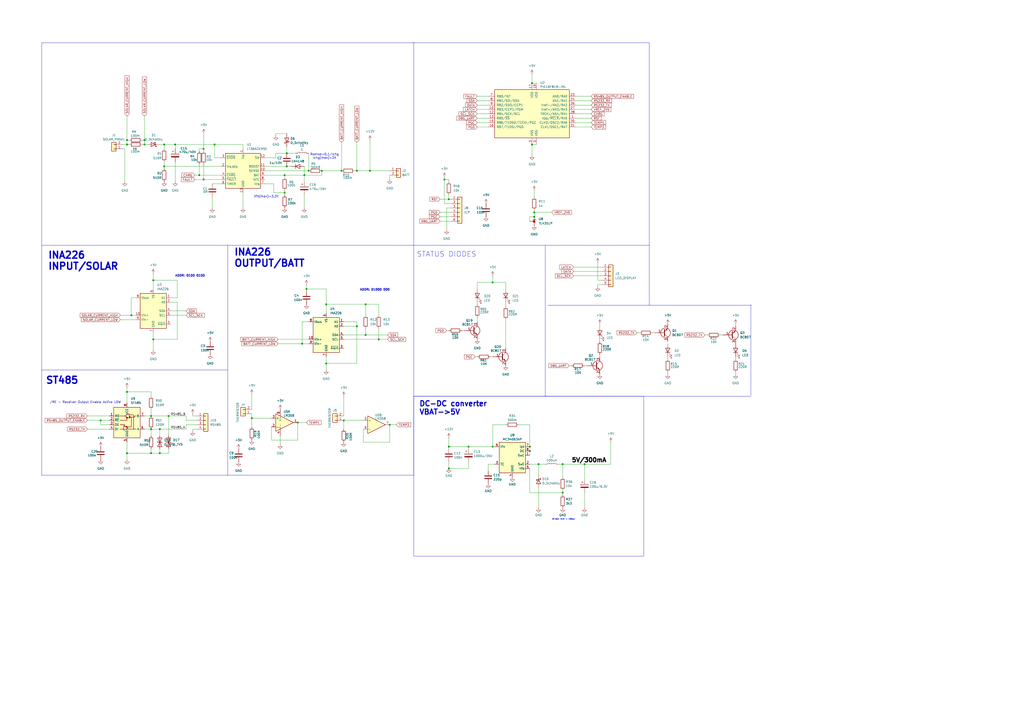
<source format=kicad_sch>
(kicad_sch (version 20231120) (generator "eeschema") (generator_version "8.0")
  (paper "A2")
  (junction (at 186.69 99.06))
  (junction (at 165.1 111.76))
  (junction (at 118.11 86.36))
  (junction (at 308.61 83.82))
  (junction (at 260.35 115.57))
  (junction (at 97.79 241.3))
  (junction (at 179.07 99.06))
  (junction (at 76.2 182.88))
  (junction (at 87.63 262.89))
  (junction (at 73.66 227.33))
  (junction (at 339.09 269.24))
  (junction (at 214.63 99.06))
  (junction (at 326.39 269.24))
  (junction (at 285.75 259.08))
  (junction (at 73.66 83.82))
  (junction (at 83.82 83.82))
  (junction (at 312.42 269.24))
  (junction (at 212.09 176.53))
  (junction (at 101.6 83.82))
  (junction (at 124.46 83.82))
  (junction (at 199.39 243.84))
  (junction (at 73.66 81.28))
  (junction (at 198.12 99.06))
  (junction (at 307.34 261.62))
  (junction (at 95.25 83.82))
  (junction (at 83.82 81.28))
  (junction (at 88.9 162.56))
  (junction (at 92.71 248.92))
  (junction (at 207.01 99.06))
  (junction (at 260.35 259.08))
  (junction (at 309.88 123.19))
  (junction (at 172.72 245.11))
  (junction (at 115.57 101.6))
  (junction (at 73.66 262.89))
  (junction (at 207.01 189.23))
  (junction (at 308.61 48.26))
  (junction (at 260.35 271.78))
  (junction (at 309.88 125.73))
  (junction (at 88.9 196.85))
  (junction (at 176.53 101.6))
  (junction (at 257.81 104.14))
  (junction (at 189.23 176.53))
  (junction (at 226.06 246.38))
  (junction (at 285.75 163.83))
  (junction (at 118.11 104.14))
  (junction (at 166.37 96.52))
  (junction (at 166.37 88.9))
  (junction (at 175.26 199.39))
  (junction (at 146.05 242.57))
  (junction (at 177.8 167.64))
  (junction (at 87.63 248.92))
  (junction (at 219.71 196.85))
  (junction (at 87.63 241.3))
  (junction (at 95.25 96.52))
  (junction (at 92.71 262.89))
  (junction (at 271.78 259.08))
  (junction (at 212.09 194.31))
  (junction (at 326.39 285.75))
  (junction (at 189.23 210.82))
  (junction (at 307.34 259.08))
  (junction (at 165.1 101.6))
  (junction (at 58.42 243.84))
  (wire (pts (xy 212.09 190.5) (xy 212.09 194.31)))
  (wire (pts (xy 426.72 207.01) (xy 426.72 208.28)))
  (wire (pts (xy 261.62 120.65) (xy 259.08 120.65)))
  (wire (pts (xy 102.87 196.85) (xy 102.87 175.26)))
  (wire (pts (xy 162.56 252.73) (xy 162.56 257.81)))
  (wire (pts (xy 276.86 60.96) (xy 283.21 60.96)))
  (wire (pts (xy 160.02 77.47) (xy 160.02 78.74)))
  (wire (pts (xy 166.37 96.52) (xy 168.91 96.52)))
  (wire (pts (xy 342.9 63.5) (xy 334.01 63.5)))
  (polyline (pts (xy 317.754 177.038) (xy 376.682 177.038)))
  (wire (pts (xy 276.86 68.58) (xy 283.21 68.58)))
  (wire (pts (xy 153.67 91.44) (xy 160.02 91.44)))
  (wire (pts (xy 257.81 104.14) (xy 260.35 104.14)))
  (wire (pts (xy 199.39 229.87) (xy 199.39 241.3)))
  (wire (pts (xy 165.1 101.6) (xy 165.1 102.87)))
  (wire (pts (xy 102.87 172.72) (xy 102.87 162.56)))
  (wire (pts (xy 342.9 60.96) (xy 334.01 60.96)))
  (wire (pts (xy 285.75 160.02) (xy 285.75 163.83)))
  (wire (pts (xy 146.05 242.57) (xy 146.05 247.65)))
  (wire (pts (xy 347.98 196.85) (xy 347.98 198.12)))
  (polyline (pts (xy 316.23 229.87) (xy 316.23 229.362)))
  (wire (pts (xy 101.6 83.82) (xy 124.46 83.82)))
  (wire (pts (xy 177.8 165.1) (xy 177.8 167.64)))
  (wire (pts (xy 107.95 246.38) (xy 107.95 248.92)))
  (wire (pts (xy 157.48 247.65) (xy 157.48 255.27)))
  (wire (pts (xy 83.82 241.3) (xy 87.63 241.3)))
  (wire (pts (xy 212.09 194.31) (xy 224.79 194.31)))
  (polyline (pts (xy 376.555 24.765) (xy 376.682 142.24)))
  (wire (pts (xy 172.72 245.11) (xy 177.8 245.11)))
  (wire (pts (xy 189.23 210.82) (xy 207.01 210.82)))
  (wire (pts (xy 82.55 81.28) (xy 83.82 81.28)))
  (wire (pts (xy 257.81 104.14) (xy 257.81 118.11)))
  (wire (pts (xy 50.8 241.3) (xy 63.5 241.3)))
  (wire (pts (xy 210.82 248.92) (xy 210.82 256.54)))
  (wire (pts (xy 123.19 106.68) (xy 128.27 106.68)))
  (wire (pts (xy 114.3 246.38) (xy 107.95 246.38)))
  (wire (pts (xy 334.01 73.66) (xy 342.9 73.66)))
  (wire (pts (xy 111.76 250.19) (xy 111.76 248.92)))
  (wire (pts (xy 354.33 256.54) (xy 354.33 269.24)))
  (wire (pts (xy 99.06 172.72) (xy 102.87 172.72)))
  (wire (pts (xy 124.46 83.82) (xy 140.97 83.82)))
  (wire (pts (xy 271.78 259.08) (xy 271.78 260.35)))
  (wire (pts (xy 326.39 269.24) (xy 323.85 269.24)))
  (polyline (pts (xy 435.864 177.038) (xy 376.682 177.038)))
  (wire (pts (xy 271.78 267.97) (xy 271.78 271.78)))
  (wire (pts (xy 260.35 271.78) (xy 260.35 267.97)))
  (wire (pts (xy 198.12 82.55) (xy 198.12 99.06)))
  (wire (pts (xy 111.76 241.3) (xy 111.76 240.03)))
  (wire (pts (xy 158.75 111.76) (xy 158.75 106.68)))
  (wire (pts (xy 342.9 68.58) (xy 334.01 68.58)))
  (wire (pts (xy 176.53 96.52) (xy 176.53 101.6)))
  (wire (pts (xy 308.61 83.82) (xy 308.61 90.17)))
  (wire (pts (xy 212.09 176.53) (xy 212.09 182.88)))
  (wire (pts (xy 97.79 260.35) (xy 97.79 262.89)))
  (wire (pts (xy 342.9 55.88) (xy 334.01 55.88)))
  (wire (pts (xy 214.63 99.06) (xy 207.01 99.06)))
  (wire (pts (xy 165.1 111.76) (xy 158.75 111.76)))
  (wire (pts (xy 276.86 73.66) (xy 283.21 73.66)))
  (wire (pts (xy 307.34 285.75) (xy 326.39 285.75)))
  (wire (pts (xy 260.35 259.08) (xy 260.35 254)))
  (wire (pts (xy 276.86 184.15) (xy 276.86 186.69)))
  (wire (pts (xy 87.63 248.92) (xy 92.71 248.92)))
  (wire (pts (xy 123.19 114.3) (xy 123.19 120.65)))
  (wire (pts (xy 146.05 228.6) (xy 146.05 237.49)))
  (wire (pts (xy 88.9 158.75) (xy 88.9 162.56)))
  (wire (pts (xy 175.26 199.39) (xy 179.07 199.39)))
  (wire (pts (xy 307.34 128.27) (xy 307.34 125.73)))
  (wire (pts (xy 226.06 256.54) (xy 226.06 246.38)))
  (wire (pts (xy 88.9 162.56) (xy 88.9 167.64)))
  (wire (pts (xy 219.71 190.5) (xy 219.71 196.85)))
  (wire (pts (xy 63.5 246.38) (xy 58.42 246.38)))
  (wire (pts (xy 87.63 237.49) (xy 87.63 241.3)))
  (wire (pts (xy 115.57 101.6) (xy 128.27 101.6)))
  (wire (pts (xy 71.12 83.82) (xy 73.66 83.82)))
  (wire (pts (xy 408.94 194.31) (xy 410.21 194.31)))
  (wire (pts (xy 118.11 104.14) (xy 128.27 104.14)))
  (wire (pts (xy 276.86 63.5) (xy 283.21 63.5)))
  (wire (pts (xy 92.71 83.82) (xy 95.25 83.82)))
  (wire (pts (xy 128.27 91.44) (xy 124.46 91.44)))
  (polyline (pts (xy 132.08 275.59) (xy 240.03 275.59)))
  (wire (pts (xy 58.42 243.84) (xy 63.5 243.84)))
  (wire (pts (xy 260.35 105.41) (xy 260.35 104.14)))
  (wire (pts (xy 339.09 269.24) (xy 354.33 269.24)))
  (wire (pts (xy 255.27 125.73) (xy 261.62 125.73)))
  (wire (pts (xy 199.39 196.85) (xy 219.71 196.85)))
  (wire (pts (xy 309.88 123.19) (xy 309.88 125.73)))
  (wire (pts (xy 260.35 259.08) (xy 260.35 260.35)))
  (wire (pts (xy 255.27 123.19) (xy 261.62 123.19)))
  (wire (pts (xy 107.95 243.84) (xy 107.95 241.3)))
  (wire (pts (xy 307.34 246.38) (xy 307.34 259.08)))
  (polyline (pts (xy 24.13 214.63) (xy 24.13 142.24)))
  (wire (pts (xy 309.88 110.49) (xy 309.88 114.3)))
  (wire (pts (xy 118.11 77.47) (xy 118.11 86.36)))
  (wire (pts (xy 276.86 163.83) (xy 276.86 167.64)))
  (wire (pts (xy 332.74 157.48) (xy 349.25 157.48)))
  (wire (pts (xy 140.97 111.76) (xy 140.97 120.65)))
  (wire (pts (xy 255.27 115.57) (xy 260.35 115.57)))
  (wire (pts (xy 101.6 86.36) (xy 101.6 83.82)))
  (wire (pts (xy 97.79 241.3) (xy 97.79 252.73)))
  (wire (pts (xy 111.76 248.92) (xy 114.3 248.92)))
  (wire (pts (xy 255.27 128.27) (xy 261.62 128.27)))
  (wire (pts (xy 160.02 88.9) (xy 166.37 88.9)))
  (wire (pts (xy 346.71 165.1) (xy 346.71 166.37)))
  (polyline (pts (xy 240.03 229.87) (xy 316.23 229.87)))
  (wire (pts (xy 307.34 269.24) (xy 312.42 269.24)))
  (wire (pts (xy 260.35 113.03) (xy 260.35 115.57)))
  (wire (pts (xy 95.25 96.52) (xy 128.27 96.52)))
  (wire (pts (xy 226.06 99.06) (xy 214.63 99.06)))
  (wire (pts (xy 50.8 248.92) (xy 63.5 248.92)))
  (wire (pts (xy 76.2 182.88) (xy 78.74 182.88)))
  (polyline (pts (xy 376.682 177.038) (xy 376.682 142.24)))
  (wire (pts (xy 293.37 185.42) (xy 293.37 201.93)))
  (wire (pts (xy 259.08 191.77) (xy 260.35 191.77)))
  (wire (pts (xy 92.71 262.89) (xy 87.63 262.89)))
  (wire (pts (xy 210.82 243.84) (xy 199.39 243.84)))
  (wire (pts (xy 87.63 229.87) (xy 87.63 227.33)))
  (wire (pts (xy 332.74 154.94) (xy 349.25 154.94)))
  (wire (pts (xy 153.67 101.6) (xy 165.1 101.6)))
  (wire (pts (xy 115.57 101.6) (xy 113.03 101.6)))
  (polyline (pts (xy 240.03 275.59) (xy 240.03 214.63)))
  (wire (pts (xy 166.37 88.9) (xy 171.45 88.9)))
  (wire (pts (xy 261.62 118.11) (xy 257.81 118.11)))
  (wire (pts (xy 186.69 101.6) (xy 186.69 99.06)))
  (wire (pts (xy 214.63 81.28) (xy 214.63 99.06)))
  (polyline (pts (xy 24.13 24.892) (xy 240.03 24.892)))
  (wire (pts (xy 326.39 285.75) (xy 326.39 287.02)))
  (polyline (pts (xy 316.23 229.87) (xy 316.23 142.24)))
  (wire (pts (xy 69.85 182.88) (xy 76.2 182.88)))
  (wire (pts (xy 199.39 194.31) (xy 212.09 194.31)))
  (wire (pts (xy 417.83 194.31) (xy 419.1 194.31)))
  (wire (pts (xy 87.63 262.89) (xy 73.66 262.89)))
  (wire (pts (xy 179.07 88.9) (xy 179.07 99.06)))
  (wire (pts (xy 257.81 102.87) (xy 257.81 104.14)))
  (polyline (pts (xy 240.03 24.765) (xy 376.555 24.765)))
  (wire (pts (xy 172.72 255.27) (xy 172.72 245.11)))
  (wire (pts (xy 287.02 269.24) (xy 283.21 269.24)))
  (polyline (pts (xy 24.13 214.63) (xy 132.08 214.63)))
  (wire (pts (xy 76.2 172.72) (xy 76.2 182.88)))
  (wire (pts (xy 175.26 186.69) (xy 175.26 199.39)))
  (wire (pts (xy 207.01 189.23) (xy 207.01 186.69)))
  (wire (pts (xy 276.86 55.88) (xy 283.21 55.88)))
  (wire (pts (xy 226.06 101.6) (xy 226.06 104.14)))
  (wire (pts (xy 349.25 162.56) (xy 346.71 162.56)))
  (wire (pts (xy 271.78 259.08) (xy 285.75 259.08)))
  (wire (pts (xy 205.74 99.06) (xy 207.01 99.06)))
  (wire (pts (xy 312.42 283.21) (xy 312.42 294.64)))
  (wire (pts (xy 118.11 95.25) (xy 118.11 104.14)))
  (wire (pts (xy 309.88 123.19) (xy 320.04 123.19)))
  (wire (pts (xy 97.79 241.3) (xy 107.95 241.3)))
  (polyline (pts (xy 374.904 229.87) (xy 435.61 229.87)))
  (wire (pts (xy 177.8 167.64) (xy 177.8 168.91)))
  (wire (pts (xy 87.63 227.33) (xy 73.66 227.33)))
  (wire (pts (xy 276.86 71.12) (xy 283.21 71.12)))
  (wire (pts (xy 73.66 83.82) (xy 74.93 83.82)))
  (wire (pts (xy 83.82 81.28) (xy 83.82 83.82)))
  (wire (pts (xy 347.98 187.96) (xy 347.98 189.23)))
  (wire (pts (xy 95.25 93.98) (xy 95.25 96.52)))
  (wire (pts (xy 176.53 101.6) (xy 186.69 101.6)))
  (wire (pts (xy 99.06 180.34) (xy 107.95 180.34)))
  (polyline (pts (xy 24.13 275.59) (xy 24.13 214.63)))
  (wire (pts (xy 73.66 81.28) (xy 74.93 81.28)))
  (wire (pts (xy 334.01 71.12) (xy 342.9 71.12)))
  (wire (pts (xy 82.55 83.82) (xy 83.82 83.82)))
  (wire (pts (xy 166.37 77.47) (xy 160.02 77.47)))
  (wire (pts (xy 349.25 165.1) (xy 346.71 165.1)))
  (wire (pts (xy 326.39 276.86) (xy 326.39 269.24)))
  (wire (pts (xy 342.9 58.42) (xy 334.01 58.42)))
  (wire (pts (xy 271.78 271.78) (xy 260.35 271.78)))
  (wire (pts (xy 285.75 163.83) (xy 293.37 163.83)))
  (wire (pts (xy 276.86 175.26) (xy 276.86 176.53)))
  (wire (pts (xy 73.66 224.79) (xy 73.66 227.33)))
  (wire (pts (xy 260.35 115.57) (xy 261.62 115.57)))
  (wire (pts (xy 165.1 110.49) (xy 165.1 111.76)))
  (wire (pts (xy 157.48 242.57) (xy 146.05 242.57)))
  (wire (pts (xy 88.9 196.85) (xy 102.87 196.85)))
  (wire (pts (xy 189.23 207.01) (xy 189.23 210.82)))
  (wire (pts (xy 99.06 182.88) (xy 107.95 182.88)))
  (wire (pts (xy 219.71 176.53) (xy 219.71 182.88)))
  (polyline (pts (xy 240.03 142.24) (xy 132.08 142.24)))
  (wire (pts (xy 115.57 86.36) (xy 115.57 87.63)))
  (wire (pts (xy 124.46 91.44) (xy 124.46 83.82)))
  (wire (pts (xy 330.2 212.09) (xy 331.47 212.09)))
  (wire (pts (xy 176.53 101.6) (xy 176.53 105.41)))
  (wire (pts (xy 378.46 193.04) (xy 379.73 193.04)))
  (wire (pts (xy 189.23 167.64) (xy 177.8 167.64)))
  (wire (pts (xy 153.67 96.52) (xy 166.37 96.52)))
  (wire (pts (xy 72.39 105.41) (xy 72.39 86.36)))
  (wire (pts (xy 267.97 191.77) (xy 269.24 191.77)))
  (wire (pts (xy 92.71 260.35) (xy 92.71 262.89)))
  (wire (pts (xy 87.63 248.92) (xy 87.63 252.73)))
  (wire (pts (xy 308.61 83.82) (xy 311.15 83.82)))
  (wire (pts (xy 293.37 163.83) (xy 293.37 167.64)))
  (wire (pts (xy 189.23 210.82) (xy 189.23 214.63)))
  (wire (pts (xy 326.39 269.24) (xy 339.09 269.24)))
  (wire (pts (xy 73.66 67.31) (xy 73.66 81.28)))
  (wire (pts (xy 118.11 104.14) (xy 113.03 104.14)))
  (wire (pts (xy 161.29 196.85) (xy 179.07 196.85)))
  (polyline (pts (xy 435.61 229.362) (xy 435.61 176.784)))
  (wire (pts (xy 207.01 186.69) (xy 199.39 186.69)))
  (wire (pts (xy 275.59 207.01) (xy 276.86 207.01)))
  (wire (pts (xy 88.9 162.56) (xy 102.87 162.56)))
  (wire (pts (xy 307.34 259.08) (xy 307.34 261.62)))
  (wire (pts (xy 199.39 189.23) (xy 207.01 189.23)))
  (wire (pts (xy 189.23 176.53) (xy 189.23 181.61)))
  (wire (pts (xy 426.72 187.96) (xy 426.72 189.23)))
  (wire (pts (xy 73.66 81.28) (xy 73.66 83.82)))
  (wire (pts (xy 312.42 269.24) (xy 316.23 269.24)))
  (wire (pts (xy 260.35 259.08) (xy 271.78 259.08)))
  (wire (pts (xy 83.82 83.82) (xy 85.09 83.82)))
  (wire (pts (xy 73.66 227.33) (xy 73.66 233.68)))
  (wire (pts (xy 186.69 99.06) (xy 198.12 99.06)))
  (polyline (pts (xy 24.13 142.24) (xy 132.08 142.24)))
  (wire (pts (xy 92.71 248.92) (xy 107.95 248.92)))
  (wire (pts (xy 293.37 175.26) (xy 293.37 177.8)))
  (polyline (pts (xy 240.03 24.638) (xy 240.03 142.24)))
  (wire (pts (xy 300.99 246.38) (xy 307.34 246.38)))
  (polyline (pts (xy 24.13 141.986) (xy 24.13 24.892)))
  (wire (pts (xy 58.42 246.38) (xy 58.42 243.84)))
  (wire (pts (xy 115.57 86.36) (xy 118.11 86.36)))
  (wire (pts (xy 308.61 48.26) (xy 311.15 48.26)))
  (polyline (pts (xy 132.08 275.59) (xy 132.08 142.24)))
  (wire (pts (xy 326.39 284.48) (xy 326.39 285.75)))
  (polyline (pts (xy 240.03 24.638) (xy 240.03 24.892)))
  (wire (pts (xy 83.82 248.92) (xy 87.63 248.92)))
  (wire (pts (xy 219.71 196.85) (xy 224.79 196.85)))
  (polyline (pts (xy 240.03 24.638) (xy 240.03 24.892)))
  (wire (pts (xy 347.98 205.74) (xy 347.98 207.01)))
  (wire (pts (xy 189.23 176.53) (xy 212.09 176.53)))
  (wire (pts (xy 95.25 83.82) (xy 101.6 83.82)))
  (wire (pts (xy 346.71 152.4) (xy 346.71 162.56)))
  (wire (pts (xy 369.57 193.04) (xy 370.84 193.04)))
  (wire (pts (xy 157.48 255.27) (xy 172.72 255.27)))
  (polyline (pts (xy 316.23 229.87) (xy 374.904 229.87)))
  (wire (pts (xy 207.01 210.82) (xy 207.01 189.23)))
  (wire (pts (xy 95.25 83.82) (xy 95.25 86.36)))
  (wire (pts (xy 426.72 215.9) (xy 426.72 217.17)))
  (wire (pts (xy 259.08 120.65) (xy 259.08 133.35)))
  (wire (pts (xy 118.11 86.36) (xy 118.11 87.63)))
  (wire (pts (xy 160.02 91.44) (xy 160.02 88.9)))
  (wire (pts (xy 88.9 196.85) (xy 88.9 203.2)))
  (wire (pts (xy 97.79 262.89) (xy 92.71 262.89)))
  (wire (pts (xy 285.75 246.38) (xy 285.75 259.08)))
  (wire (pts (xy 83.82 67.31) (xy 83.82 81.28)))
  (wire (pts (xy 114.3 243.84) (xy 107.95 243.84)))
  (wire (pts (xy 387.35 207.01) (xy 387.35 208.28)))
  (wire (pts (xy 179.07 99.06) (xy 153.67 99.06)))
  (wire (pts (xy 176.53 113.03) (xy 176.53 120.65)))
  (wire (pts (xy 293.37 246.38) (xy 285.75 246.38)))
  (wire (pts (xy 339.09 269.24) (xy 339.09 278.13)))
  (polyline (pts (xy 240.03 214.63) (xy 240.03 142.24)))
  (wire (pts (xy 339.09 285.75) (xy 339.09 294.64)))
  (wire (pts (xy 165.1 101.6) (xy 176.53 101.6)))
  (wire (pts (xy 165.1 111.76) (xy 165.1 113.03)))
  (wire (pts (xy 276.86 58.42) (xy 283.21 58.42)))
  (wire (pts (xy 283.21 269.24) (xy 283.21 273.05)))
  (wire (pts (xy 87.63 241.3) (xy 97.79 241.3)))
  (wire (pts (xy 189.23 167.64) (xy 189.23 176.53)))
  (wire (pts (xy 285.75 259.08) (xy 287.02 259.08)))
  (wire (pts (xy 69.85 185.42) (xy 78.74 185.42)))
  (polyline (pts (xy 240.03 142.24) (xy 376.682 142.24)))
  (wire (pts (xy 309.88 121.92) (xy 309.88 123.19)))
  (wire (pts (xy 308.61 43.18) (xy 308.61 48.26)))
  (wire (pts (xy 276.86 66.04) (xy 283.21 66.04)))
  (wire (pts (xy 342.9 66.04) (xy 334.01 66.04)))
  (wire (pts (xy 207.01 82.55) (xy 207.01 99.06)))
  (wire (pts (xy 72.39 86.36) (xy 71.12 86.36)))
  (wire (pts (xy 226.06 246.38) (xy 229.87 246.38)))
  (wire (pts (xy 307.34 271.78) (xy 307.34 285.75)))
  (wire (pts (xy 387.35 215.9) (xy 387.35 217.17)))
  (wire (pts (xy 78.74 172.72) (xy 76.2 172.72)))
  (wire (pts (xy 307.34 125.73) (xy 309.88 125.73)))
  (wire (pts (xy 88.9 193.04) (xy 88.9 196.85)))
  (wire (pts (xy 166.37 85.09) (xy 166.37 88.9)))
  (wire (pts (xy 332.74 160.02) (xy 349.25 160.02)))
  (wire (pts (xy 95.25 96.52) (xy 95.25 97.79)))
  (wire (pts (xy 312.42 269.24) (xy 312.42 275.59)))
  (wire (pts (xy 146.05 240.03) (xy 146.05 242.57)))
  (wire (pts (xy 101.6 93.98) (xy 101.6 105.41)))
  (wire (pts (xy 307.34 261.62) (xy 307.34 264.16)))
  (wire (pts (xy 140.97 86.36) (xy 140.97 83.82)))
  (wire (pts (xy 161.29 199.39) (xy 175.26 199.39)))
  (wire (pts (xy 339.09 212.09) (xy 340.36 212.09)))
  (wire (pts (xy 73.66 256.54) (xy 73.66 262.89)))
  (wire (pts (xy 114.3 241.3) (xy 111.76 241.3)))
  (wire (pts (xy 284.48 207.01) (xy 285.75 207.01)))
  (wire (pts (xy 115.57 95.25) (xy 115.57 101.6)))
  (wire (pts (xy 99.06 175.26) (xy 102.87 175.26)))
  (wire (pts (xy 199.39 243.84) (xy 199.39 248.92)))
  (wire (pts (xy 212.09 176.53) (xy 219.71 176.53)))
  (wire (pts (xy 179.07 186.69) (xy 175.26 186.69)))
  (wire (pts (xy 73.66 262.89) (xy 73.66 266.7)))
  (polyline (pts (xy 24.13 275.59) (xy 132.08 275.59)))
  (wire (pts (xy 285.75 163.83) (xy 276.86 163.83)))
  (wire (pts (xy 50.8 243.84) (xy 58.42 243.84)))
  (wire (pts (xy 210.82 256.54) (xy 226.06 256.54)))
  (wire (pts (xy 87.63 260.35) (xy 87.63 262.89)))
  (wire (pts (xy 92.71 248.92) (xy 92.71 252.73)))
  (wire (pts (xy 158.75 106.68) (xy 153.67 106.68)))
  (rectangle (start 240.03 229.87) (end 373.38 322.58))
  (text "ADDR: 01000 000" (at 217.424 168.148 0) (effects (font (size 1.27 1.27) (bold yes))))
  (text "Vfb(max)=3.3V" (at 154.432 114.046 0) (effects (font (size 1.27 1.27))))
  (text "DC-DC converter\nVBAT->5V" (at 243.078 236.728 0) (effects (font (size 3 3) (thickness 0.6) (bold yes)) (justify left)))
  (text "ST485" (at 36.068 220.726 0) (effects (font (size 4 4) (thickness 0.8) (bold yes))))
  (text "INA226\nINPUT/SOLAR\n" (at 27.686 151.384 0) (effects (font (size 4 4) (thickness 0.8) (bold yes)) (justify left)))
  (text "INA226\nOUTPUT/BATT" (at 135.636 149.606 0) (effects (font (size 4 4) (thickness 0.8) (bold yes)) (justify left)))
  (text "/RE - Receiver Output Enable Active LOW" (at 49.53 233.426 0) (effects (font (size 1.27 1.27))))
  (text "Rsense=0.1/Ichg\nIchg(max)=2A" (at 188.214 90.678 0) (effects (font (size 1.27 1.27))))
  (text "STATUS DIODES" (at 259.08 147.574 0) (effects (font (size 3 3))))
  (text "Divider Imin = 100uA" (at 326.898 301.244 0) (effects (font (size 0.8 0.8))))
  (text "ADDR: 0100 0100" (at 110.236 160.02 0) (effects (font (size 1.27 1.27) (bold yes))))
  (label "5V{slash}300mA" (at 331.47 269.24 0) (effects (font (size 2.5 2.5) (thickness 0.6) (bold yes))))
  (label "RS485_A" (at 99.06 248.92 0))
  (label "RS485_B" (at 99.06 241.3 0))
  (global_label "CHRG" (shape input) (at 342.9 66.04 0) (property "Intersheetrefs" "${INTERSHEET_REFS}" (effects (hide yes))))
  (global_label "FAULT" (shape input) (at 113.03 104.14 180) (property "Intersheetrefs" "${INTERSHEET_REFS}" (effects (hide yes))))
  (global_label "DBG_UART" (shape input) (at 330.2 212.09 180) (property "Intersheetrefs" "${INTERSHEET_REFS}" (effects (hide yes))))
  (global_label "SOLAR_CURRENT_LOW" (shape input) (at 69.85 185.42 180) (property "Intersheetrefs" "${INTERSHEET_REFS}" (effects (hide yes))))
  (global_label "RS232_RX" (shape input) (at 50.8 241.3 180) (property "Intersheetrefs" "${INTERSHEET_REFS}" (effects (hide yes))))
  (global_label "SCL_SCK" (shape input) (at 224.79 196.85 0) (property "Intersheetrefs" "${INTERSHEET_REFS}" (effects (hide yes))))
  (global_label "PGD" (shape input) (at 259.08 191.77 180) (property "Intersheetrefs" "${INTERSHEET_REFS}" (effects (hide yes))))
  (global_label "BATT_CURRENT_LOW" (shape input) (at 161.29 199.39 180) (property "Intersheetrefs" "${INTERSHEET_REFS}" (effects (hide yes))))
  (global_label "RST" (shape input) (at 255.27 115.57 180) (property "Intersheetrefs" "${INTERSHEET_REFS}" (effects (hide yes))))
  (global_label "BATT_CURRENT_LOW" (shape input) (at 207.01 82.55 90) (property "Intersheetrefs" "${INTERSHEET_REFS}" (effects (hide yes))))
  (global_label "SDA" (shape input) (at 224.79 194.31 0) (property "Intersheetrefs" "${INTERSHEET_REFS}" (effects (hide yes))))
  (global_label "VREF_2V5" (shape input) (at 320.04 123.19 0) (property "Intersheetrefs" "${INTERSHEET_REFS}" (effects (hide yes))))
  (global_label "SOLAR_CURRENT_LOW" (shape input) (at 83.82 67.31 90) (property "Intersheetrefs" "${INTERSHEET_REFS}" (effects (hide yes))))
  (global_label "TEMP1" (shape input) (at 177.8 245.11 0) (property "Intersheetrefs" "${INTERSHEET_REFS}" (effects (hide yes))))
  (global_label "RS232_RX" (shape input) (at 342.9 58.42 0) (property "Intersheetrefs" "${INTERSHEET_REFS}" (effects (hide yes))))
  (global_label "RS485_OUTPUT_ENABLE" (shape input) (at 50.8 243.84 180) (property "Intersheetrefs" "${INTERSHEET_REFS}" (effects (hide yes))))
  (global_label "RS485_OUTPUT_ENABLE" (shape input) (at 342.9 55.88 0) (property "Intersheetrefs" "${INTERSHEET_REFS}" (effects (hide yes))))
  (global_label "TEMP2" (shape input) (at 342.9 73.66 0) (property "Intersheetrefs" "${INTERSHEET_REFS}" (effects (hide yes))))
  (global_label "PGC" (shape input) (at 276.86 71.12 180) (property "Intersheetrefs" "${INTERSHEET_REFS}" (effects (hide yes))))
  (global_label "PGD" (shape input) (at 276.86 73.66 180) (property "Intersheetrefs" "${INTERSHEET_REFS}" (effects (hide yes))))
  (global_label "RS232_TX" (shape input) (at 342.9 60.96 0) (property "Intersheetrefs" "${INTERSHEET_REFS}" (effects (hide yes))))
  (global_label "DATA" (shape input) (at 332.74 157.48 180) (property "Intersheetrefs" "${INTERSHEET_REFS}" (effects (hide yes))))
  (global_label "SOLAR_CURRENT_HIGH" (shape input) (at 69.85 182.88 180) (property "Intersheetrefs" "${INTERSHEET_REFS}" (effects (hide yes))))
  (global_label "CHRG" (shape input) (at 113.03 101.6 180) (property "Intersheetrefs" "${INTERSHEET_REFS}" (effects (hide yes))))
  (global_label "RS232_TX" (shape input) (at 50.8 248.92 180) (property "Intersheetrefs" "${INTERSHEET_REFS}" (effects (hide yes))))
  (global_label "PGC" (shape input) (at 275.59 207.01 180) (property "Intersheetrefs" "${INTERSHEET_REFS}" (effects (hide yes))))
  (global_label "FAULT" (shape input) (at 276.86 55.88 180) (property "Intersheetrefs" "${INTERSHEET_REFS}" (effects (hide yes))))
  (global_label "SOLAR_CURRENT_HIGH" (shape input) (at 73.66 67.31 90) (property "Intersheetrefs" "${INTERSHEET_REFS}" (effects (hide yes))))
  (global_label "PGC" (shape input) (at 255.27 125.73 180) (property "Intersheetrefs" "${INTERSHEET_REFS}" (effects (hide yes))))
  (global_label "RST" (shape input) (at 342.9 68.58 0) (property "Intersheetrefs" "${INTERSHEET_REFS}" (effects (hide yes))))
  (global_label "SDA" (shape input) (at 276.86 58.42 180) (property "Intersheetrefs" "${INTERSHEET_REFS}" (effects (hide yes))))
  (global_label "DBG_UART" (shape input) (at 276.86 68.58 180) (property "Intersheetrefs" "${INTERSHEET_REFS}" (effects (hide yes))))
  (global_label "RS232_TX" (shape input) (at 369.57 193.04 180) (property "Intersheetrefs" "${INTERSHEET_REFS}" (effects (hide yes))))
  (global_label "BATT_CURRENT_HIGH" (shape input) (at 198.12 82.55 90) (property "Intersheetrefs" "${INTERSHEET_REFS}" (effects (hide yes))))
  (global_label "DATA" (shape input) (at 276.86 60.96 180) (property "Intersheetrefs" "${INTERSHEET_REFS}" (effects (hide yes))))
  (global_label "LATCH" (shape input) (at 276.86 63.5 180) (property "Intersheetrefs" "${INTERSHEET_REFS}" (effects (hide yes))))
  (global_label "TEMP2" (shape input) (at 229.87 246.38 0) (property "Intersheetrefs" "${INTERSHEET_REFS}" (effects (hide yes))))
  (global_label "SCL_SCK" (shape input) (at 276.86 66.04 180) (property "Intersheetrefs" "${INTERSHEET_REFS}" (effects (hide yes))))
  (global_label "PGD" (shape input) (at 255.27 123.19 180) (property "Intersheetrefs" "${INTERSHEET_REFS}" (effects (hide yes))))
  (global_label "DBG_UART" (shape input) (at 255.27 128.27 180) (property "Intersheetrefs" "${INTERSHEET_REFS}" (effects (hide yes))))
  (global_label "TEMP1" (shape input) (at 342.9 71.12 0) (property "Intersheetrefs" "${INTERSHEET_REFS}" (effects (hide yes))))
  (global_label "VREF_2V5" (shape input) (at 342.9 63.5 0) (property "Intersheetrefs" "${INTERSHEET_REFS}" (effects (hide yes))))
  (global_label "LATCH" (shape input) (at 332.74 154.94 180) (property "Intersheetrefs" "${INTERSHEET_REFS}" (effects (hide yes))))
  (global_label "BATT_CURRENT_HIGH" (shape input) (at 161.29 196.85 180) (property "Intersheetrefs" "${INTERSHEET_REFS}" (effects (hide yes))))
  (global_label "SCL_SCK" (shape input) (at 332.74 160.02 180) (property "Intersheetrefs" "${INTERSHEET_REFS}" (effects (hide yes))))
  (global_label "SCL_SCK" (shape input) (at 107.95 182.88 0) (property "Intersheetrefs" "${INTERSHEET_REFS}" (effects (hide yes))))
  (global_label "SDA" (shape input) (at 107.95 180.34 0) (property "Intersheetrefs" "${INTERSHEET_REFS}" (effects (hide yes))))
  (global_label "RS232_TX" (shape input) (at 408.94 194.31 180) (property "Intersheetrefs" "${INTERSHEET_REFS}" (effects (hide yes))))
  (symbol (lib_id "Amplifier_Operational:LM358") (at 165.1 245.11 0) (unit 3)
    (property "Reference" "U5" (effects (hide yes)))
    (property "Value" "LM358" (effects (hide yes)))
    (property "Footprint" "Package_SO:SOIC-8_3.9x4.9mm_P1.27mm" (effects (hide yes)))
    (property "Datasheet" "http://www.ti.com/lit/ds/symlink/lm2904-n.pdf" (effects (hide yes)))
    (property "Description" "Low-Power, Dual Operational Amplifiers, DIP-8/SOIC-8/TO-99-8" (effects (hide yes)))
    (instances (project "MPPT" (path "" (reference "U5") (unit 3))) (project "Misc_PCB" (path "" (reference "U6") (unit 3))))
  )
  (symbol (lib_id "power:+5V") (at 309.88 110.49 0) (unit 1)
    (property "Reference" "#PWR019" (effects (hide yes)))
    (property "Value" "+5V" (at 309.88 105.41 0))
    (property "Description" "Power symbol creates a global label with name \"+5V\"" (effects (hide yes)))
    (instances (project "MPPT" (path "" (reference "#PWR019") (unit 1))) (project "Misc_PCB" (path "" (reference "#PWR067") (unit 1))))
  )
  (symbol (lib_id "Device:C") (at 166.37 92.71 0) (unit 1)
    (property "Reference" "C2" (at 160.782 91.694 0) (effects (justify left)))
    (property "Value" "1u/10V" (at 156.21 94.488 0) (effects (justify left)))
    (property "Footprint" "Capacitor_SMD:C_0805_2012Metric_Pad1.18x1.45mm_HandSolder" (effects (hide yes)))
    (property "Description" "Unpolarized capacitor" (effects (hide yes)))
    (instances (project "MPPT" (path "" (reference "C2") (unit 1))) (project "Misc_PCB" (path "" (reference "C9") (unit 1))))
  )
  (symbol (lib_id "power:GND") (at 281.94 125.73 0) (unit 1)
    (property "Reference" "#PWR056" (effects (hide yes)))
    (property "Value" "GND" (at 281.94 130.81 0))
    (property "Description" "Power symbol creates a global label with name \"GND\" , ground" (effects (hide yes)))
    (instances (project "MPPT" (path "" (reference "#PWR056") (unit 1))) (project "Misc_PCB" (path "" (reference "#PWR060") (unit 1))))
  )
  (symbol (lib_id "Device:R") (at 326.39 280.67 0) (unit 1)
    (property "Reference" "R36" (at 328.168 279.4578 0) (effects (justify left)))
    (property "Value" "10k" (at 328.168 281.8821 0) (effects (justify left)))
    (property "Description" "Resistor" (effects (hide yes)))
  )
  (symbol (lib_id "Device:R") (at 414.02 194.31 270) (unit 1)
    (property "Reference" "R22" (at 415.798 196.342 90) (effects (justify right)))
    (property "Value" "10K" (at 416.052 198.374 90) (effects (justify right)))
    (property "Footprint" "Resistor_SMD:R_0805_2012Metric_Pad1.20x1.40mm_HandSolder" (effects (hide yes)))
    (property "Description" "Resistor" (effects (hide yes)))
    (instances (project "MPPT" (path "" (reference "R22") (unit 1))) (project "Misc_PCB" (path "" (reference "R42") (unit 1))))
  )
  (symbol (lib_id "power:+5V") (at 177.8 165.1 0) (unit 1)
    (property "Reference" "#PWR013" (effects (hide yes)))
    (property "Value" "+5V" (at 177.8 160.02 0))
    (property "Description" "Power symbol creates a global label with name \"+5V\"" (effects (hide yes)))
    (instances (project "MPPT" (path "" (reference "#PWR013") (unit 1))) (project "Misc_PCB" (path "" (reference "#PWR047") (unit 1))))
  )
  (symbol (lib_id "Sensor_Energy:INA226") (at 189.23 194.31 0) (unit 1)
    (property "Reference" "U4" (at 191.4241 179.07 0) (effects (justify left)))
    (property "Value" "INA226" (at 191.4241 181.61 0) (effects (justify left)))
    (property "Footprint" "Package_SO:VSSOP-10_3x3mm_P0.5mm" (effects (hide yes)))
    (property "Datasheet" "http://www.ti.com/lit/ds/symlink/ina226.pdf" (effects (hide yes)))
    (property "Description" "High-Side or Low-Side Measurement, Bi-Directional Current and Power Monitor (0-36V) with I2C Compatible Interface, VSSOP-10" (effects (hide yes)))
    (instances (project "MPPT" (path "" (reference "U4") (unit 1))) (project "Misc_PCB" (path "" (reference "U7") (unit 1))))
  )
  (symbol (lib_id "Device:C") (at 283.21 276.86 0) (unit 1)
    (property "Reference" "C15" (at 286.131 275.6478 0) (effects (justify left)))
    (property "Value" "220p" (at 286.131 278.0721 0) (effects (justify left)))
    (property "Description" "Unpolarized capacitor" (effects (hide yes)))
  )
  (symbol (lib_id "Device:R") (at 201.93 99.06 90) (unit 1)
    (property "Reference" "R10" (at 202.692 101.6 90) (effects (justify left)))
    (property "Value" "100m" (at 204.47 103.124 90) (effects (justify left)))
    (property "Footprint" "Resistor_SMD:R_0805_2012Metric_Pad1.20x1.40mm_HandSolder" (effects (hide yes)))
    (property "Description" "Resistor" (effects (hide yes)))
    (instances (project "MPPT" (path "" (reference "R10") (unit 1))) (project "Misc_PCB" (path "" (reference "R26") (unit 1))))
  )
  (symbol (lib_id "power:GND") (at 312.42 294.64 0) (unit 1)
    (property "Reference" "#PWR069" (effects (hide yes)))
    (property "Value" "GND" (at 312.42 298.7731 0))
    (property "Description" "Power symbol creates a global label with name \"GND\" , ground" (effects (hide yes)))
  )
  (symbol (lib_id "power:+5V") (at 285.75 160.02 0) (unit 1)
    (property "Reference" "#PWR086" (effects (hide yes)))
    (property "Value" "+5V" (at 285.75 154.94 0))
    (property "Description" "Power symbol creates a global label with name \"+5V\"" (effects (hide yes)))
    (instances (project "MPPT" (path "" (reference "#PWR086") (unit 1))) (project "Misc_PCB" (path "" (reference "#PWR062") (unit 1))))
  )
  (symbol (lib_id "Device:D_Schottky") (at 88.9 83.82 180) (unit 1)
    (property "Reference" "D1" (at 89.2175 78.4055 0))
    (property "Value" "D_Schottky" (at 89.2175 80.8298 0))
    (property "Description" "Schottky diode" (effects (hide yes)))
    (instances (project "MPPT" (path "" (reference "D1") (unit 1))) (project "Misc_PCB" (path "" (reference "D3") (unit 1))))
  )
  (symbol (lib_id "Device:R") (at 297.18 246.38 90) (unit 1)
    (property "Reference" "R34" (at 297.18 241.2195 90))
    (property "Value" "500m" (at 297.18 243.6438 90))
    (property "Description" "Resistor" (effects (hide yes)))
  )
  (symbol (lib_id "power:GND") (at 259.08 133.35 0) (unit 1)
    (property "Reference" "#PWR054" (effects (hide yes)))
    (property "Value" "GND" (at 259.08 138.43 0))
    (property "Description" "Power symbol creates a global label with name \"GND\" , ground" (effects (hide yes)))
    (instances (project "MPPT" (path "" (reference "#PWR054") (unit 1))) (project "Misc_PCB" (path "" (reference "#PWR055") (unit 1))))
  )
  (symbol (lib_id "power:GND") (at 95.25 105.41 0) (unit 1)
    (property "Reference" "#PWR01" (effects (hide yes)))
    (property "Value" "GND" (at 95.25 110.49 0))
    (property "Description" "Power symbol creates a global label with name \"GND\" , ground" (effects (hide yes)))
    (instances (project "MPPT" (path "" (reference "#PWR01") (unit 1))) (project "Misc_PCB" (path "" (reference "#PWR029") (unit 1))))
  )
  (symbol (lib_id "power:GND") (at 387.35 217.17 0) (unit 1)
    (property "Reference" "#PWR038" (effects (hide yes)))
    (property "Value" "GND" (at 387.35 222.25 0))
    (property "Description" "Power symbol creates a global label with name \"GND\" , ground" (effects (hide yes)))
    (instances (project "MPPT" (path "" (reference "#PWR038") (unit 1))) (project "Misc_PCB" (path "" (reference "#PWR078") (unit 1))))
  )
  (symbol (lib_id "Device:LED") (at 387.35 203.2 90) (unit 1)
    (property "Reference" "D2" (at 391.16 203.5174 90) (effects (justify right)))
    (property "Value" "LED" (at 391.16 206.0574 90) (effects (justify right)))
    (property "Footprint" "LED_THT:LED_D5.0mm" (effects (hide yes)))
    (property "Description" "Light emitting diode" (effects (hide yes)))
    (instances (project "MPPT" (path "" (reference "D2") (unit 1))) (project "Misc_PCB" (path "" (reference "D12") (unit 1))))
  )
  (symbol (lib_id "power:GND") (at 226.06 104.14 0) (unit 1)
    (property "Reference" "#PWR06" (effects (hide yes)))
    (property "Value" "GND" (at 226.06 109.22 0))
    (property "Description" "Power symbol creates a global label with name \"GND\" , ground" (effects (hide yes)))
    (instances (project "MPPT" (path "" (reference "#PWR06") (unit 1))) (project "Misc_PCB" (path "" (reference "#PWR053") (unit 1))))
  )
  (symbol (lib_id "power:+5V") (at 257.81 102.87 0) (unit 1)
    (property "Reference" "#PWR053" (effects (hide yes)))
    (property "Value" "+5V" (at 257.81 97.79 0))
    (property "Description" "Power symbol creates a global label with name \"+5V\"" (effects (hide yes)))
    (instances (project "MPPT" (path "" (reference "#PWR053") (unit 1))) (project "Misc_PCB" (path "" (reference "#PWR054") (unit 1))))
  )
  (symbol (lib_id "Interface_UART:ST485EBDR") (at 73.66 243.84 0) (unit 1)
    (property "Reference" "U6" (at 75.8541 231.14 0) (effects (justify left)))
    (property "Value" "ST485" (at 75.8541 233.68 0) (effects (justify left)))
    (property "Footprint" "Package_SO:SOIC-8_3.9x4.9mm_P1.27mm" (effects (hide yes)))
    (property "Datasheet" "http://www.st.com/resource/en/datasheet/st485eb.pdf" (effects (hide yes)))
    (property "Description" "Half duplex RS-485/RS-422, 5 Mbps, ±15kV electro-static discharge (ESD) protection, no slew-rate, with low-power shutdown, with receiver/driver enable, 256 transceiver on the bus - 40 to 85 °C, SOIC-8" (effects (hide yes)))
    (instances (project "MPPT" (path "" (reference "U6") (unit 1))) (project "Misc_PCB" (path "" (reference "U3") (unit 1))))
  )
  (symbol (lib_id "Device:R") (at 182.88 99.06 90) (unit 1)
    (property "Reference" "R5" (at 183.134 94.996 90) (effects (justify left)))
    (property "Value" "50mR" (at 185.928 97.028 90) (effects (justify left)))
    (property "Footprint" "Resistor_SMD:R_0805_2012Metric_Pad1.20x1.40mm_HandSolder" (effects (hide yes)))
    (property "Description" "Resistor" (effects (hide yes)))
    (instances (project "MPPT" (path "" (reference "R5") (unit 1))) (project "Misc_PCB" (path "" (reference "R24") (unit 1))))
  )
  (symbol (lib_id "power:+5V") (at 121.92 198.12 0) (unit 1)
    (property "Reference" "#PWR015" (effects (hide yes)))
    (property "Value" "+5V" (at 121.92 193.04 0))
    (property "Description" "Power symbol creates a global label with name \"+5V\"" (effects (hide yes)))
    (instances (project "MPPT" (path "" (reference "#PWR015") (unit 1))) (project "Misc_PCB" (path "" (reference "#PWR034") (unit 1))))
  )
  (symbol (lib_id "Device:D_Schottky") (at 166.37 81.28 90) (unit 1)
    (property "Reference" "D6" (at 168.402 80.3853 90) (effects (justify right)))
    (property "Value" "D_Schottky" (at 168.402 82.8096 90) (effects (justify right)))
    (property "Description" "Schottky diode" (effects (hide yes)))
  )
  (symbol (lib_id "power:GND") (at 326.39 294.64 0) (unit 1)
    (property "Reference" "#PWR070" (effects (hide yes)))
    (property "Value" "GND" (at 326.39 298.7731 0))
    (property "Description" "Power symbol creates a global label with name \"GND\" , ground" (effects (hide yes)))
  )
  (symbol (lib_id "Device:LED") (at 276.86 171.45 90) (unit 1)
    (property "Reference" "D20" (at 280.67 171.7674 90) (effects (justify right)))
    (property "Value" "LED" (at 280.67 174.3074 90) (effects (justify right)))
    (property "Footprint" "LED_THT:LED_D5.0mm" (effects (hide yes)))
    (property "Description" "Light emitting diode" (effects (hide yes)))
    (instances (project "MPPT" (path "" (reference "D20") (unit 1))) (project "Misc_PCB" (path "" (reference "D8") (unit 1))))
  )
  (symbol (lib_id "Amplifier_Operational:LM358") (at 165.1 245.11 0) (unit 1)
    (property "Reference" "U5" (at 166.37 238.76 0))
    (property "Value" "LM358" (at 167.64 241.046 0))
    (property "Footprint" "Package_SO:SOIC-8_3.9x4.9mm_P1.27mm" (effects (hide yes)))
    (property "Datasheet" "http://www.ti.com/lit/ds/symlink/lm2904-n.pdf" (effects (hide yes)))
    (property "Description" "Low-Power, Dual Operational Amplifiers, DIP-8/SOIC-8/TO-99-8" (effects (hide yes)))
    (instances (project "MPPT" (path "" (reference "U5") (unit 1))) (project "Misc_PCB" (path "" (reference "U6") (unit 1))))
  )
  (symbol (lib_id "Device:C_Polarized") (at 271.78 264.16 0) (unit 1)
    (property "Reference" "C13" (at 274.701 262.0588 0) (effects (justify left)))
    (property "Value" "1000u/35V" (at 274.701 264.4831 0) (effects (justify left)))
    (property "Description" "Polarized capacitor" (effects (hide yes)))
  )
  (symbol (lib_id "power:GND") (at 138.43 267.97 0) (unit 1)
    (property "Reference" "#PWR044" (effects (hide yes)))
    (property "Value" "GND" (at 138.43 273.05 0))
    (property "Description" "Power symbol creates a global label with name \"GND\" , ground" (effects (hide yes)))
    (instances (project "MPPT" (path "" (reference "#PWR044") (unit 1))) (project "Misc_PCB" (path "" (reference "#PWR038") (unit 1))))
  )
  (symbol (lib_id "Device:C") (at 281.94 121.92 0) (unit 1)
    (property "Reference" "C16" (at 276.352 120.65 0) (effects (justify left)))
    (property "Value" "100n" (at 276.352 123.19 0) (effects (justify left)))
    (property "Footprint" "Capacitor_SMD:C_0805_2012Metric_Pad1.18x1.45mm_HandSolder" (effects (hide yes)))
    (property "Description" "Unpolarized capacitor" (effects (hide yes)))
    (instances (project "MPPT" (path "" (reference "C16") (unit 1))) (project "Misc_PCB" (path "" (reference "C14") (unit 1))))
  )
  (symbol (lib_id "Device:R") (at 118.11 91.44 0) (unit 1)
    (property "Reference" "R3" (at 119.634 90.932 0) (effects (justify left)))
    (property "Value" "10k" (at 119.38 92.71 0) (effects (justify left)))
    (property "Footprint" "Resistor_SMD:R_0805_2012Metric_Pad1.20x1.40mm_HandSolder" (effects (hide yes)))
    (property "Description" "Resistor" (effects (hide yes)))
    (instances (project "MPPT" (path "" (reference "R3") (unit 1))) (project "Misc_PCB" (path "" (reference "R20") (unit 1))))
  )
  (symbol (lib_id "Connector_Generic:Conn_01x05") (at 354.33 160.02 0) (unit 1)
    (property "Reference" "J3" (at 356.87 158.7499 0) (effects (justify left)))
    (property "Value" "LCD_DISPLAY" (at 356.87 161.2899 0) (effects (justify left)))
    (property "Footprint" "Connector_JST:JST_XA_B05B-XASK-1-A_1x05_P2.50mm_Vertical" (effects (hide yes)))
    (property "Description" "Generic connector, single row, 01x05, script generated (kicad-library-utils/schlib/autogen/connector/)" (effects (hide yes)))
    (instances (project "MPPT" (path "" (reference "J3") (unit 1))) (project "Misc_PCB" (path "" (reference "J12") (unit 1))))
  )
  (symbol (lib_id "Transistor_BJT:BC807") (at 384.81 193.04 0) (mirror x) (unit 1)
    (property "Reference" "Q1" (at 389.89 191.7699 0) (effects (justify left)))
    (property "Value" "BC807" (at 389.89 194.3099 0) (effects (justify left)))
    (property "Footprint" "Package_TO_SOT_SMD:SOT-23" (effects (hide yes)))
    (property "Datasheet" "https://www.onsemi.com/pub/Collateral/BC808-D.pdf" (effects (hide yes)))
    (property "Description" "0.8A Ic, 45V Vce, PNP Transistor, SOT-23" (effects (hide yes)))
    (instances (project "MPPT" (path "" (reference "Q1") (unit 1))) (project "Misc_PCB" (path "" (reference "Q11") (unit 1))))
  )
  (symbol (lib_id "Device:R") (at 326.39 290.83 0) (unit 1)
    (property "Reference" "R37" (at 328.168 289.6178 0) (effects (justify left)))
    (property "Value" "3k3" (at 328.168 292.0421 0) (effects (justify left)))
    (property "Description" "Resistor" (effects (hide yes)))
  )
  (symbol (lib_id "Device:L") (at 320.04 269.24 90) (unit 1)
    (property "Reference" "L2" (at 320.04 264.5902 90))
    (property "Value" "100uH" (at 320.04 267.0145 90))
    (property "Description" "Inductor" (effects (hide yes)))
  )
  (symbol (lib_id "power:GND") (at 88.9 203.2 0) (unit 1)
    (property "Reference" "#PWR014" (effects (hide yes)))
    (property "Value" "GND" (at 88.9 208.28 0))
    (property "Description" "Power symbol creates a global label with name \"GND\" , ground" (effects (hide yes)))
    (instances (project "MPPT" (path "" (reference "#PWR014") (unit 1))) (project "Misc_PCB" (path "" (reference "#PWR028") (unit 1))))
  )
  (symbol (lib_id "Regulator_Switching:MC34063AP") (at 297.18 264.16 0) (unit 1)
    (property "Reference" "U8" (at 297.18 252.3955 0))
    (property "Value" "MC34063AP" (at 297.18 254.8198 0))
    (property "Footprint" "Package_DIP:DIP-8_W7.62mm" (effects (hide yes)))
    (property "Datasheet" "http://www.onsemi.com/pub_link/Collateral/MC34063A-D.PDF" (effects (hide yes)))
    (property "Description" "1.5A, step-up/down/inverting switching regulator, 3-40V Vin, 100kHz, DIP-8" (effects (hide yes)))
  )
  (symbol (lib_id "Device:R") (at 293.37 181.61 180) (unit 1)
    (property "Reference" "R62" (at 294.894 180.594 0) (effects (justify right)))
    (property "Value" "220R" (at 294.894 182.372 0) (effects (justify right)))
    (property "Footprint" "Resistor_SMD:R_0805_2012Metric_Pad1.20x1.40mm_HandSolder" (effects (hide yes)))
    (property "Description" "Resistor" (effects (hide yes)))
    (instances (project "MPPT" (path "" (reference "R62") (unit 1))) (project "Misc_PCB" (path "" (reference "R33") (unit 1))))
  )
  (symbol (lib_id "Device:LED") (at 426.72 203.2 90) (unit 1)
    (property "Reference" "D5" (at 430.53 203.5174 90) (effects (justify right)))
    (property "Value" "LED" (at 430.53 206.0574 90) (effects (justify right)))
    (property "Footprint" "LED_THT:LED_D5.0mm" (effects (hide yes)))
    (property "Description" "Light emitting diode" (effects (hide yes)))
    (instances (project "MPPT" (path "" (reference "D5") (unit 1))) (project "Misc_PCB" (path "" (reference "D13") (unit 1))))
  )
  (symbol (lib_id "Device:R") (at 95.25 101.6 0) (unit 1)
    (property "Reference" "R2" (at 91.186 100.584 0) (effects (justify left)))
    (property "Value" "510R" (at 88.646 103.124 0) (effects (justify left)))
    (property "Footprint" "Resistor_SMD:R_0805_2012Metric_Pad1.20x1.40mm_HandSolder" (effects (hide yes)))
    (property "Description" "Resistor" (effects (hide yes)))
    (instances (project "MPPT" (path "" (reference "R2") (unit 1))) (project "Misc_PCB" (path "" (reference "R18") (unit 1))))
  )
  (symbol (lib_id "power:+12V") (at 214.63 81.28 0) (unit 1)
    (property "Reference" "#PWR029" (effects (hide yes)))
    (property "Value" "+12V" (at 214.63 76.2 0))
    (property "Description" "Power symbol creates a global label with name \"+12V\"" (effects (hide yes)))
    (instances (project "MPPT" (path "" (reference "#PWR029") (unit 1))) (project "Misc_PCB" (path "" (reference "#PWR052") (unit 1))))
  )
  (symbol (lib_id "Device:R") (at 309.88 118.11 0) (unit 1)
    (property "Reference" "R11" (at 312.42 116.8399 0) (effects (justify left)))
    (property "Value" "1k" (at 312.42 119.3799 0) (effects (justify left)))
    (property "Footprint" "Resistor_SMD:R_0805_2012Metric_Pad1.20x1.40mm_HandSolder" (effects (hide yes)))
    (property "Description" "Resistor" (effects (hide yes)))
    (instances (project "MPPT" (path "" (reference "R11") (unit 1))) (project "Misc_PCB" (path "" (reference "R35") (unit 1))))
  )
  (symbol (lib_id "power:+5V") (at 146.05 228.6 0) (unit 1)
    (property "Reference" "#PWR034" (effects (hide yes)))
    (property "Value" "+5V" (at 146.05 223.52 0))
    (property "Description" "Power symbol creates a global label with name \"+5V\"" (effects (hide yes)))
    (instances (project "MPPT" (path "" (reference "#PWR034") (unit 1))) (project "Misc_PCB" (path "" (reference "#PWR040") (unit 1))))
  )
  (symbol (lib_id "Device:R") (at 78.74 83.82 90) (unit 1)
    (property "Reference" "R8" (at 79.502 86.36 90) (effects (justify left)))
    (property "Value" "100m" (at 81.28 87.884 90) (effects (justify left)))
    (property "Footprint" "Resistor_SMD:R_0805_2012Metric_Pad1.20x1.40mm_HandSolder" (effects (hide yes)))
    (property "Description" "Resistor" (effects (hide yes)))
    (instances (project "MPPT" (path "" (reference "R8") (unit 1))) (project "Misc_PCB" (path "" (reference "R13") (unit 1))))
  )
  (symbol (lib_id "power:GND") (at 72.39 105.41 0) (unit 1)
    (property "Reference" "#PWR07" (effects (hide yes)))
    (property "Value" "GND" (at 72.39 110.49 0))
    (property "Description" "Power symbol creates a global label with name \"GND\" , ground" (effects (hide yes)))
    (instances (project "MPPT" (path "" (reference "#PWR07") (unit 1))) (project "Misc_PCB" (path "" (reference "#PWR024") (unit 1))))
  )
  (symbol (lib_id "Transistor_BJT:BC807") (at 424.18 194.31 0) (mirror x) (unit 1)
    (property "Reference" "Q3" (at 429.26 193.0399 0) (effects (justify left)))
    (property "Value" "BC807" (at 429.26 195.5799 0) (effects (justify left)))
    (property "Footprint" "Package_TO_SOT_SMD:SOT-23" (effects (hide yes)))
    (property "Datasheet" "https://www.onsemi.com/pub/Collateral/BC808-D.pdf" (effects (hide yes)))
    (property "Description" "0.8A Ic, 45V Vce, PNP Transistor, SOT-23" (effects (hide yes)))
    (instances (project "MPPT" (path "" (reference "Q3") (unit 1))) (project "Misc_PCB" (path "" (reference "Q12") (unit 1))))
  )
  (symbol (lib_id "Device:R") (at 146.05 251.46 0) (unit 1)
    (property "Reference" "R19" (at 148.082 249.682 90) (effects (justify right)))
    (property "Value" "100K" (at 150.114 249.428 90) (effects (justify right)))
    (property "Footprint" "Resistor_SMD:R_0805_2012Metric_Pad1.20x1.40mm_HandSolder" (effects (hide yes)))
    (property "Description" "Resistor" (effects (hide yes)))
    (instances (project "MPPT" (path "" (reference "R19") (unit 1))) (project "Misc_PCB" (path "" (reference "R21") (unit 1))))
  )
  (symbol (lib_id "Device:R") (at 165.1 106.68 180) (unit 1)
    (property "Reference" "R6" (at 170.434 105.664 0) (effects (justify left)))
    (property "Value" "100k" (at 171.45 107.442 0) (effects (justify left)))
    (property "Footprint" "Resistor_SMD:R_0805_2012Metric_Pad1.20x1.40mm_HandSolder" (effects (hide yes)))
    (property "Description" "Resistor" (effects (hide yes)))
    (instances (project "MPPT" (path "" (reference "R6") (unit 1))) (project "Misc_PCB" (path "" (reference "R22") (unit 1))))
  )
  (symbol (lib_id "power:GND") (at 121.92 205.74 0) (unit 1)
    (property "Reference" "#PWR016" (effects (hide yes)))
    (property "Value" "GND" (at 121.92 210.82 0))
    (property "Description" "Power symbol creates a global label with name \"GND\" , ground" (effects (hide yes)))
    (instances (project "MPPT" (path "" (reference "#PWR016") (unit 1))) (project "Misc_PCB" (path "" (reference "#PWR035") (unit 1))))
  )
  (symbol (lib_id "power:+5V") (at 426.72 187.96 0) (unit 1)
    (property "Reference" "#PWR039" (effects (hide yes)))
    (property "Value" "+5V" (at 426.72 182.88 0))
    (property "Description" "Power symbol creates a global label with name \"+5V\"" (effects (hide yes)))
    (instances (project "MPPT" (path "" (reference "#PWR039") (unit 1))) (project "Misc_PCB" (path "" (reference "#PWR079") (unit 1))))
  )
  (symbol (lib_id "Device:R") (at 95.25 90.17 0) (unit 1)
    (property "Reference" "R1" (at 91.186 89.154 0) (effects (justify left)))
    (property "Value" "510R" (at 88.646 91.694 0) (effects (justify left)))
    (property "Footprint" "Resistor_SMD:R_0805_2012Metric_Pad1.20x1.40mm_HandSolder" (effects (hide yes)))
    (property "Description" "Resistor" (effects (hide yes)))
    (instances (project "MPPT" (path "" (reference "R1") (unit 1))) (project "Misc_PCB" (path "" (reference "R17") (unit 1))))
  )
  (symbol (lib_id "MCU_Microchip_PIC16:PIC16F819-IML") (at 308.61 66.04 0) (unit 1)
    (property "Reference" "U2" (at 313.3441 47.9255 0) (effects (justify left)))
    (property "Value" "PIC16F819-IML" (at 313.3441 50.3498 0) (effects (justify left)))
    (property "Footprint" "Package_SO:SOIC-20W_7.5x12.8mm_P1.27mm" (effects (hide yes)))
    (property "Datasheet" "http://ww1.microchip.com/downloads/en/DeviceDoc/39598F.pdf" (effects (hide yes)))
    (property "Description" "PIC16F819, 3584B Flash, 256B SRAM, 256B EEPROM, ADC, QFN28" (effects (hide yes)))
    (instances (project "MPPT" (path "" (reference "U2") (unit 1))) (project "Misc_PCB" (path "" (reference "U9") (unit 1))))
  )
  (symbol (lib_id "Device:C_Polarized") (at 339.09 281.94 0) (unit 1)
    (property "Reference" "C16" (at 342.011 279.8388 0) (effects (justify left)))
    (property "Value" "100u/6,3V" (at 342.011 282.2631 0) (effects (justify left)))
    (property "Description" "Polarized capacitor" (effects (hide yes)))
  )
  (symbol (lib_id "power:GND") (at 146.05 255.27 0) (unit 1)
    (property "Reference" "#PWR024" (effects (hide yes)))
    (property "Value" "GND" (at 146.05 260.35 0))
    (property "Description" "Power symbol creates a global label with name \"GND\" , ground" (effects (hide yes)))
    (instances (project "MPPT" (path "" (reference "#PWR024") (unit 1))) (project "Misc_PCB" (path "" (reference "#PWR041") (unit 1))))
  )
  (symbol (lib_id "Device:R") (at 87.63 256.54 0) (unit 1)
    (property "Reference" "R52" (at 83.566 255.524 0) (effects (justify left)))
    (property "Value" "510R" (at 81.026 258.064 0) (effects (justify left)))
    (property "Footprint" "Resistor_SMD:R_0805_2012Metric_Pad1.20x1.40mm_HandSolder" (effects (hide yes)))
    (property "Description" "Resistor" (effects (hide yes)))
    (instances (project "MPPT" (path "" (reference "R52") (unit 1))) (project "Misc_PCB" (path "" (reference "R16") (unit 1))))
  )
  (symbol (lib_id "Device:R") (at 87.63 245.11 0) (unit 1)
    (property "Reference" "R51" (at 90.17 243.8399 0) (effects (justify left)))
    (property "Value" "120R" (at 90.17 246.3799 0) (effects (justify left)))
    (property "Footprint" "Resistor_SMD:R_0805_2012Metric_Pad1.20x1.40mm_HandSolder" (effects (hide yes)))
    (property "Description" "Resistor" (effects (hide yes)))
    (instances (project "MPPT" (path "" (reference "R51") (unit 1))) (project "Misc_PCB" (path "" (reference "R15") (unit 1))))
  )
  (symbol (lib_id "power:GND") (at 58.42 266.7 0) (unit 1)
    (property "Reference" "#PWR073" (effects (hide yes)))
    (property "Value" "GND" (at 58.42 271.78 0))
    (property "Description" "Power symbol creates a global label with name \"GND\" , ground" (effects (hide yes)))
    (instances (project "MPPT" (path "" (reference "#PWR073") (unit 1))) (project "Misc_PCB" (path "" (reference "#PWR023") (unit 1))))
  )
  (symbol (lib_id "Device:R") (at 260.35 109.22 0) (unit 1)
    (property "Reference" "R46" (at 262.89 107.9499 0) (effects (justify left)))
    (property "Value" "10k" (at 262.89 110.4899 0) (effects (justify left)))
    (property "Footprint" "Resistor_SMD:R_0805_2012Metric_Pad1.20x1.40mm_HandSolder" (effects (hide yes)))
    (property "Description" "Resistor" (effects (hide yes)))
    (instances (project "MPPT" (path "" (reference "R46") (unit 1))) (project "Misc_PCB" (path "" (reference "R29") (unit 1))))
  )
  (symbol (lib_id "power:GND") (at 308.61 90.17 0) (unit 1)
    (property "Reference" "#PWR011" (effects (hide yes)))
    (property "Value" "GND" (at 308.61 95.25 0))
    (property "Description" "Power symbol creates a global label with name \"GND\" , ground" (effects (hide yes)))
    (instances (project "MPPT" (path "" (reference "#PWR011") (unit 1))) (project "Misc_PCB" (path "" (reference "#PWR066") (unit 1))))
  )
  (symbol (lib_id "Device:LED") (at 293.37 171.45 90) (unit 1)
    (property "Reference" "D21" (at 297.18 171.7674 90) (effects (justify right)))
    (property "Value" "LED" (at 297.18 174.3074 90) (effects (justify right)))
    (property "Footprint" "LED_THT:LED_D5.0mm" (effects (hide yes)))
    (property "Description" "Light emitting diode" (effects (hide yes)))
    (instances (project "MPPT" (path "" (reference "D21") (unit 1))) (project "Misc_PCB" (path "" (reference "D9") (unit 1))))
  )
  (symbol (lib_id "Sensor_Energy:INA226") (at 88.9 180.34 0) (unit 1)
    (property "Reference" "U3" (at 91.0941 165.1 0) (effects (justify left)))
    (property "Value" "INA226" (at 91.0941 167.64 0) (effects (justify left)))
    (property "Footprint" "Package_SO:VSSOP-10_3x3mm_P0.5mm" (effects (hide yes)))
    (property "Datasheet" "http://www.ti.com/lit/ds/symlink/ina226.pdf" (effects (hide yes)))
    (property "Description" "High-Side or Low-Side Measurement, Bi-Directional Current and Power Monitor (0-36V) with I2C Compatible Interface, VSSOP-10" (effects (hide yes)))
    (instances (project "MPPT" (path "" (reference "U3") (unit 1))) (project "Misc_PCB" (path "" (reference "U4") (unit 1))))
  )
  (symbol (lib_id "Transistor_BJT:BC817") (at 274.32 191.77 0) (unit 1)
    (property "Reference" "Q19" (at 270.256 185.928 0) (effects (justify left)))
    (property "Value" "BC817" (at 267.97 188.214 0) (effects (justify left)))
    (property "Footprint" "Package_TO_SOT_SMD:SOT-23" (effects (hide yes)))
    (property "Datasheet" "http://www.fairchildsemi.com/ds/BC/BC817.pdf" (effects (hide yes)))
    (instances (project "MPPT" (path "" (reference "Q19") (unit 1))) (project "Misc_PCB" (path "" (reference "Q8") (unit 1))))
  )
  (symbol (lib_id "power:GND") (at 297.18 276.86 0) (unit 1)
    (property "Reference" "#PWR064" (effects (hide yes)))
    (property "Value" "GND" (at 297.18 280.9931 0))
    (property "Description" "Power symbol creates a global label with name \"GND\" , ground" (effects (hide yes)))
  )
  (symbol (lib_id "power:GND") (at 177.8 176.53 0) (unit 1)
    (property "Reference" "#PWR020" (effects (hide yes)))
    (property "Value" "GND" (at 177.8 181.61 0))
    (property "Description" "Power symbol creates a global label with name \"GND\" , ground" (effects (hide yes)))
    (instances (project "MPPT" (path "" (reference "#PWR020") (unit 1))) (project "Misc_PCB" (path "" (reference "#PWR048") (unit 1))))
  )
  (symbol (lib_id "Device:R") (at 335.28 212.09 270) (unit 1)
    (property "Reference" "R17" (at 337.058 214.122 90) (effects (justify right)))
    (property "Value" "10K" (at 337.312 216.154 90) (effects (justify right)))
    (property "Footprint" "Resistor_SMD:R_0805_2012Metric_Pad1.20x1.40mm_HandSolder" (effects (hide yes)))
    (property "Description" "Resistor" (effects (hide yes)))
    (instances (project "MPPT" (path "" (reference "R17") (unit 1))) (project "Misc_PCB" (path "" (reference "R38") (unit 1))))
  )
  (symbol (lib_id "Device:D_TVS") (at 97.79 256.54 90) (unit 1)
    (property "Reference" "D17" (at 100.33 255.2699 90) (effects (justify right)))
    (property "Value" "D_TVS" (at 100.33 257.8099 90) (effects (justify right)))
    (property "Footprint" "Diode_SMD:D_SMC" (effects (hide yes)))
    (property "Description" "Bidirectional transient-voltage-suppression diode" (effects (hide yes)))
    (instances (project "MPPT" (path "" (reference "D17") (unit 1))) (project "Misc_PCB" (path "" (reference "D5") (unit 1))))
  )
  (symbol (lib_id "Device:R") (at 387.35 212.09 180) (unit 1)
    (property "Reference" "R15" (at 388.874 211.074 0) (effects (justify right)))
    (property "Value" "220R" (at 388.874 212.852 0) (effects (justify right)))
    (property "Footprint" "Resistor_SMD:R_0805_2012Metric_Pad1.20x1.40mm_HandSolder" (effects (hide yes)))
    (property "Description" "Resistor" (effects (hide yes)))
    (instances (project "MPPT" (path "" (reference "R15") (unit 1))) (project "Misc_PCB" (path "" (reference "R41") (unit 1))))
  )
  (symbol (lib_id "Device:C") (at 260.35 264.16 0) (unit 1)
    (property "Reference" "C12" (at 263.271 262.9478 0) (effects (justify left)))
    (property "Value" "100n" (at 263.271 265.3721 0) (effects (justify left)))
    (property "Description" "Unpolarized capacitor" (effects (hide yes)))
  )
  (symbol (lib_id "Device:R") (at 426.72 212.09 180) (unit 1)
    (property "Reference" "R21" (at 428.244 211.074 0) (effects (justify right)))
    (property "Value" "220R" (at 428.244 212.852 0) (effects (justify right)))
    (property "Footprint" "Resistor_SMD:R_0805_2012Metric_Pad1.20x1.40mm_HandSolder" (effects (hide yes)))
    (property "Description" "Resistor" (effects (hide yes)))
    (instances (project "MPPT" (path "" (reference "R21") (unit 1))) (project "Misc_PCB" (path "" (reference "R43") (unit 1))))
  )
  (symbol (lib_id "Device:R") (at 280.67 207.01 270) (unit 1)
    (property "Reference" "R61" (at 282.448 209.042 90) (effects (justify right)))
    (property "Value" "10K" (at 282.702 211.074 90) (effects (justify right)))
    (property "Footprint" "Resistor_SMD:R_0805_2012Metric_Pad1.20x1.40mm_HandSolder" (effects (hide yes)))
    (property "Description" "Resistor" (effects (hide yes)))
    (instances (project "MPPT" (path "" (reference "R61") (unit 1))) (project "Misc_PCB" (path "" (reference "R32") (unit 1))))
  )
  (symbol (lib_id "power:GND") (at 426.72 217.17 0) (unit 1)
    (property "Reference" "#PWR040" (effects (hide yes)))
    (property "Value" "GND" (at 426.72 222.25 0))
    (property "Description" "Power symbol creates a global label with name \"GND\" , ground" (effects (hide yes)))
    (instances (project "MPPT" (path "" (reference "#PWR040") (unit 1))) (project "Misc_PCB" (path "" (reference "#PWR080") (unit 1))))
  )
  (symbol (lib_id "Connector_Generic:Conn_01x02") (at 231.14 99.06 0) (unit 1)
    (property "Reference" "J2" (at 233.172 99.1178 0) (effects (justify left)))
    (property "Value" "BATT" (at 233.172 101.5421 0) (effects (justify left)))
    (property "Footprint" "TerminalBlock:TerminalBlock_bornier-2_P5.08mm" (effects (hide yes)))
    (property "Description" "Generic connector, single row, 01x02, script generated (kicad-library-utils/schlib/autogen/connector/)" (effects (hide yes)))
    (instances (project "MPPT" (path "" (reference "J2") (unit 1))) (project "Misc_PCB" (path "" (reference "J10") (unit 1))))
  )
  (symbol (lib_id "power:+5V") (at 346.71 152.4 0) (unit 1)
    (property "Reference" "#PWR012" (effects (hide yes)))
    (property "Value" "+5V" (at 346.71 147.32 0))
    (property "Description" "Power symbol creates a global label with name \"+5V\"" (effects (hide yes)))
    (instances (project "MPPT" (path "" (reference "#PWR012") (unit 1))) (project "Misc_PCB" (path "" (reference "#PWR072") (unit 1))))
  )
  (symbol (lib_id "Device:R") (at 199.39 252.73 0) (unit 1)
    (property "Reference" "R20" (at 201.422 250.952 90) (effects (justify right)))
    (property "Value" "100K" (at 203.454 250.698 90) (effects (justify right)))
    (property "Footprint" "Resistor_SMD:R_0805_2012Metric_Pad1.20x1.40mm_HandSolder" (effects (hide yes)))
    (property "Description" "Resistor" (effects (hide yes)))
    (instances (project "MPPT" (path "" (reference "R20") (unit 1))) (project "Misc_PCB" (path "" (reference "R25") (unit 1))))
  )
  (symbol (lib_id "Device:R") (at 212.09 186.69 0) (unit 1)
    (property "Reference" "R12" (at 214.63 185.4199 0) (effects (justify left)))
    (property "Value" "10k" (at 214.63 187.9599 0) (effects (justify left)))
    (property "Footprint" "Resistor_SMD:R_0805_2012Metric_Pad1.20x1.40mm_HandSolder" (effects (hide yes)))
    (property "Description" "Resistor" (effects (hide yes)))
    (instances (project "MPPT" (path "" (reference "R12") (unit 1))) (project "Misc_PCB" (path "" (reference "R27") (unit 1))))
  )
  (symbol (lib_id "Device:C") (at 123.19 110.49 0) (unit 1)
    (property "Reference" "C1" (at 117.602 109.474 0) (effects (justify left)))
    (property "Value" "0R" (at 117.856 111.252 0) (effects (justify left)))
    (property "Footprint" "Capacitor_SMD:C_0805_2012Metric_Pad1.18x1.45mm_HandSolder" (effects (hide yes)))
    (property "Description" "Unpolarized capacitor" (effects (hide yes)))
    (instances (project "MPPT" (path "" (reference "C1") (unit 1))) (project "Misc_PCB" (path "" (reference "C7") (unit 1))))
  )
  (symbol (lib_id "Device:LED") (at 347.98 193.04 90) (unit 1)
    (property "Reference" "D4" (at 351.79 193.3574 90) (effects (justify right)))
    (property "Value" "LED" (at 351.79 195.8974 90) (effects (justify right)))
    (property "Footprint" "LED_THT:LED_D5.0mm" (effects (hide yes)))
    (property "Description" "Light emitting diode" (effects (hide yes)))
    (instances (project "MPPT" (path "" (reference "D4") (unit 1))) (project "Misc_PCB" (path "" (reference "D11") (unit 1))))
  )
  (symbol (lib_id "power:+5V") (at 58.42 259.08 0) (unit 1)
    (property "Reference" "#PWR072" (effects (hide yes)))
    (property "Value" "+5V" (at 58.42 254 0))
    (property "Description" "Power symbol creates a global label with name \"+5V\"" (effects (hide yes)))
    (instances (project "MPPT" (path "" (reference "#PWR072") (unit 1))) (project "Misc_PCB" (path "" (reference "#PWR022") (unit 1))))
  )
  (symbol (lib_id "power:+5V") (at 354.33 256.54 0) (unit 1)
    (property "Reference" "#PWR028" (effects (hide yes)))
    (property "Value" "+5V" (at 354.33 251.46 0))
    (property "Description" "Power symbol creates a global label with name \"+5V\"" (effects (hide yes)))
    (instances (project "MPPT" (path "" (reference "#PWR028") (unit 1))) (project "Misc_PCB" (path "" (reference "#PWR076") (unit 1))))
  )
  (symbol (lib_id "Transistor_BJT:BC817") (at 290.83 207.01 0) (unit 1)
    (property "Reference" "Q20" (at 286.766 201.168 0) (effects (justify left)))
    (property "Value" "BC817" (at 284.48 203.454 0) (effects (justify left)))
    (property "Footprint" "Package_TO_SOT_SMD:SOT-23" (effects (hide yes)))
    (property "Datasheet" "http://www.fairchildsemi.com/ds/BC/BC817.pdf" (effects (hide yes)))
    (instances (project "MPPT" (path "" (reference "Q20") (unit 1))) (project "Misc_PCB" (path "" (reference "Q9") (unit 1))))
  )
  (symbol (lib_id "power:+5V") (at 73.66 224.79 0) (unit 1)
    (property "Reference" "#PWR076" (effects (hide yes)))
    (property "Value" "+5V" (at 73.66 219.71 0))
    (property "Description" "Power symbol creates a global label with name \"+5V\"" (effects (hide yes)))
    (instances (project "MPPT" (path "" (reference "#PWR076") (unit 1))) (project "Misc_PCB" (path "" (reference "#PWR025") (unit 1))))
  )
  (symbol (lib_id "Transistor_BJT:BC817") (at 345.44 212.09 0) (unit 1)
    (property "Reference" "Q2" (at 341.376 206.248 0) (effects (justify left)))
    (property "Value" "BC817" (at 339.09 208.534 0) (effects (justify left)))
    (property "Footprint" "Package_TO_SOT_SMD:SOT-23" (effects (hide yes)))
    (property "Datasheet" "http://www.fairchildsemi.com/ds/BC/BC817.pdf" (effects (hide yes)))
    (instances (project "MPPT" (path "" (reference "Q2") (unit 1))) (project "Misc_PCB" (path "" (reference "Q10") (unit 1))))
  )
  (symbol (lib_id "Amplifier_Operational:LM358") (at 218.44 246.38 0) (unit 2)
    (property "Reference" "U5" (at 219.456 240.792 0))
    (property "Value" "LM358" (at 220.726 242.824 0))
    (property "Footprint" "Package_SO:SOIC-8_3.9x4.9mm_P1.27mm" (effects (hide yes)))
    (property "Datasheet" "http://www.ti.com/lit/ds/symlink/lm2904-n.pdf" (effects (hide yes)))
    (property "Description" "Low-Power, Dual Operational Amplifiers, DIP-8/SOIC-8/TO-99-8" (effects (hide yes)))
    (instances (project "MPPT" (path "" (reference "U5") (unit 2))) (project "Misc_PCB" (path "" (reference "U6") (unit 2))))
  )
  (symbol (lib_id "power:+5V") (at 138.43 260.35 0) (unit 1)
    (property "Reference" "#PWR043" (effects (hide yes)))
    (property "Value" "+5V" (at 138.43 255.27 0))
    (property "Description" "Power symbol creates a global label with name \"+5V\"" (effects (hide yes)))
    (instances (project "MPPT" (path "" (reference "#PWR043") (unit 1))) (project "Misc_PCB" (path "" (reference "#PWR037") (unit 1))))
  )
  (symbol (lib_id "Device:R") (at 165.1 116.84 180) (unit 1)
    (property "Reference" "R7" (at 169.672 115.824 0) (effects (justify left)))
    (property "Value" "100k" (at 171.704 117.856 0) (effects (justify left)))
    (property "Footprint" "Resistor_SMD:R_0805_2012Metric_Pad1.20x1.40mm_HandSolder" (effects (hide yes)))
    (property "Description" "Resistor" (effects (hide yes)))
    (instances (project "MPPT" (path "" (reference "R7") (unit 1))) (project "Misc_PCB" (path "" (reference "R23") (unit 1))))
  )
  (symbol (lib_id "power:GND") (at 339.09 294.64 0) (unit 1)
    (property "Reference" "#PWR071" (effects (hide yes)))
    (property "Value" "GND" (at 339.09 298.7731 0))
    (property "Description" "Power symbol creates a global label with name \"GND\" , ground" (effects (hide yes)))
  )
  (symbol (lib_id "power:GND") (at 346.71 166.37 0) (unit 1)
    (property "Reference" "#PWR017" (effects (hide yes)))
    (property "Value" "GND" (at 346.71 171.45 0))
    (property "Description" "Power symbol creates a global label with name \"GND\" , ground" (effects (hide yes)))
    (instances (project "MPPT" (path "" (reference "#PWR017") (unit 1))) (project "Misc_PCB" (path "" (reference "#PWR073") (unit 1))))
  )
  (symbol (lib_id "power:GND") (at 162.56 257.81 0) (unit 1)
    (property "Reference" "#PWR026" (effects (hide yes)))
    (property "Value" "GND" (at 162.56 262.89 0))
    (property "Description" "Power symbol creates a global label with name \"GND\" , ground" (effects (hide yes)))
    (instances (project "MPPT" (path "" (reference "#PWR026") (unit 1))) (project "Misc_PCB" (path "" (reference "#PWR044") (unit 1))))
  )
  (symbol (lib_id "power:GND") (at 111.76 250.19 0) (unit 1)
    (property "Reference" "#PWR081" (effects (hide yes)))
    (property "Value" "GND" (at 111.76 255.27 0))
    (property "Description" "Power symbol creates a global label with name \"GND\" , ground" (effects (hide yes)))
    (instances (project "MPPT" (path "" (reference "#PWR081") (unit 1))) (project "Misc_PCB" (path "" (reference "#PWR032") (unit 1))))
  )
  (symbol (lib_id "power:+5V") (at 199.39 229.87 0) (unit 1)
    (property "Reference" "#PWR035" (effects (hide yes)))
    (property "Value" "+5V" (at 199.39 224.79 0))
    (property "Description" "Power symbol creates a global label with name \"+5V\"" (effects (hide yes)))
    (instances (project "MPPT" (path "" (reference "#PWR035") (unit 1))) (project "Misc_PCB" (path "" (reference "#PWR050") (unit 1))))
  )
  (symbol (lib_id "power:GND") (at 101.6 105.41 0) (unit 1)
    (property "Reference" "#PWR09" (effects (hide yes)))
    (property "Value" "GND" (at 101.6 110.49 0))
    (property "Description" "Power symbol creates a global label with name \"GND\" , ground" (effects (hide yes)))
    (instances (project "MPPT" (path "" (reference "#PWR09") (unit 1))) (project "Misc_PCB" (path "" (reference "#PWR030") (unit 1))))
  )
  (symbol (lib_id "Device:C") (at 58.42 262.89 0) (unit 1)
    (property "Reference" "C20" (at 52.832 261.874 0) (effects (justify left)))
    (property "Value" "100n" (at 50.8 264.16 0) (effects (justify left)))
    (property "Footprint" "Capacitor_SMD:C_0805_2012Metric_Pad1.18x1.45mm_HandSolder" (effects (hide yes)))
    (property "Description" "Unpolarized capacitor" (effects (hide yes)))
    (instances (project "MPPT" (path "" (reference "C20") (unit 1))) (project "Misc_PCB" (path "" (reference "C4") (unit 1))))
  )
  (symbol (lib_id "power:GND") (at 283.21 280.67 0) (unit 1)
    (property "Reference" "#PWR061" (effects (hide yes)))
    (property "Value" "GND" (at 283.21 284.8031 0))
    (property "Description" "Power symbol creates a global label with name \"GND\" , ground" (effects (hide yes)))
  )
  (symbol (lib_id "power:GND") (at 140.97 120.65 0) (unit 1)
    (property "Reference" "#PWR04" (effects (hide yes)))
    (property "Value" "GND" (at 140.97 125.73 0))
    (property "Description" "Power symbol creates a global label with name \"GND\" , ground" (effects (hide yes)))
    (instances (project "MPPT" (path "" (reference "#PWR04") (unit 1))) (project "Misc_PCB" (path "" (reference "#PWR039") (unit 1))))
  )
  (symbol (lib_id "Device:C") (at 138.43 264.16 0) (unit 1)
    (property "Reference" "C9" (at 132.842 262.89 0) (effects (justify left)))
    (property "Value" "100n" (at 132.842 265.43 0) (effects (justify left)))
    (property "Footprint" "Capacitor_SMD:C_0805_2012Metric_Pad1.18x1.45mm_HandSolder" (effects (hide yes)))
    (property "Description" "Unpolarized capacitor" (effects (hide yes)))
    (instances (project "MPPT" (path "" (reference "C9") (unit 1))) (project "Misc_PCB" (path "" (reference "C8") (unit 1))))
  )
  (symbol (lib_id "Device:C_Polarized") (at 101.6 90.17 0) (unit 1)
    (property "Reference" "C15" (at 104.648 86.106 0) (effects (justify left)))
    (property "Value" "470u/40V" (at 103.886 88.138 0) (effects (justify left)))
    (property "Footprint" "Capacitor_THT:CP_Radial_D14.0mm_P5.00mm" (effects (hide yes)))
    (property "Description" "Polarized capacitor" (effects (hide yes)))
    (instances (project "MPPT" (path "" (reference "C15") (unit 1))) (project "Misc_PCB" (path "" (reference "C5") (unit 1))))
  )
  (symbol (lib_id "Device:D_TVS") (at 92.71 256.54 90) (unit 1)
    (property "Reference" "D16" (at 95.25 255.2699 90) (effects (justify right)))
    (property "Value" "D_TVS" (at 95.25 257.8099 90) (effects (justify right)))
    (property "Footprint" "Diode_SMD:D_SMC" (effects (hide yes)))
    (property "Description" "Bidirectional transient-voltage-suppression diode" (effects (hide yes)))
    (instances (project "MPPT" (path "" (reference "D16") (unit 1))) (project "Misc_PCB" (path "" (reference "D4") (unit 1))))
  )
  (symbol (lib_id "Diode:1N4148") (at 172.72 96.52 0) (unit 1)
    (property "Reference" "D3" (at 172.72 91.1055 0))
    (property "Value" "1N4148" (at 172.72 93.5298 0))
    (property "Footprint" "Diode_THT:D_DO-35_SOD27_P7.62mm_Horizontal" (effects (hide yes)))
    (property "Datasheet" "https://assets.nexperia.com/documents/data-sheet/1N4148_1N4448.pdf" (effects (hide yes)))
    (property "Description" "100V 0.15A standard switching diode, DO-35" (effects (hide yes)))
    (property "Sim.Device" "D" (effects (hide yes)))
    (property "Sim.Pins" "1=K 2=A" (effects (hide yes)))
    (instances (project "MPPT" (path "" (reference "D3") (unit 1))) (project "Misc_PCB" (path "" (reference "D7") (unit 1))))
  )
  (symbol (lib_id "power:GND") (at 276.86 196.85 0) (unit 1)
    (property "Reference" "#PWR085" (effects (hide yes)))
    (property "Value" "GND" (at 276.86 201.93 0))
    (property "Description" "Power symbol creates a global label with name \"GND\" , ground" (effects (hide yes)))
    (instances (project "MPPT" (path "" (reference "#PWR085") (unit 1))) (project "Misc_PCB" (path "" (reference "#PWR058") (unit 1))))
  )
  (symbol (lib_id "Device:D_Schottky") (at 312.42 279.4 270) (unit 1)
    (property "Reference" "D10" (at 314.452 277.8703 90) (effects (justify left)))
    (property "Value" "D_Schottky" (at 314.452 280.2946 90) (effects (justify left)))
    (property "Description" "Schottky diode" (effects (hide yes)))
  )
  (symbol (lib_id "power:+5V") (at 111.76 240.03 0) (unit 1)
    (property "Reference" "#PWR080" (effects (hide yes)))
    (property "Value" "+5V" (at 111.76 234.95 0))
    (property "Description" "Power symbol creates a global label with name \"+5V\"" (effects (hide yes)))
    (instances (project "MPPT" (path "" (reference "#PWR080") (unit 1))) (project "Misc_PCB" (path "" (reference "#PWR031") (unit 1))))
  )
  (symbol (lib_id "power:GND") (at 199.39 256.54 0) (unit 1)
    (property "Reference" "#PWR033" (effects (hide yes)))
    (property "Value" "GND" (at 199.39 261.62 0))
    (property "Description" "Power symbol creates a global label with name \"GND\" , ground" (effects (hide yes)))
    (instances (project "MPPT" (path "" (reference "#PWR033") (unit 1))) (project "Misc_PCB" (path "" (reference "#PWR051") (unit 1))))
  )
  (symbol (lib_id "power:+12V") (at 260.35 254 0) (unit 1)
    (property "Reference" "#PWR030" (effects (hide yes)))
    (property "Value" "+12V" (at 260.35 248.92 0))
    (property "Description" "Power symbol creates a global label with name \"+12V\"" (effects (hide yes)))
    (instances (project "MPPT" (path "" (reference "#PWR030") (unit 1))) (project "Misc_PCB" (path "" (reference "#PWR056") (unit 1))))
  )
  (symbol (lib_id "Device:R") (at 347.98 201.93 180) (unit 1)
    (property "Reference" "R18" (at 349.504 200.914 0) (effects (justify right)))
    (property "Value" "220R" (at 349.504 202.692 0) (effects (justify right)))
    (property "Footprint" "Resistor_SMD:R_0805_2012Metric_Pad1.20x1.40mm_HandSolder" (effects (hide yes)))
    (property "Description" "Resistor" (effects (hide yes)))
    (instances (project "MPPT" (path "" (reference "R18") (unit 1))) (project "Misc_PCB" (path "" (reference "R39") (unit 1))))
  )
  (symbol (lib_id "Device:R") (at 78.74 81.28 90) (unit 1)
    (property "Reference" "R9" (at 78.994 76.454 90) (effects (justify left)))
    (property "Value" "100m" (at 81.28 78.74 90) (effects (justify left)))
    (property "Footprint" "Resistor_SMD:R_0805_2012Metric_Pad1.20x1.40mm_HandSolder" (effects (hide yes)))
    (property "Description" "Resistor" (effects (hide yes)))
    (instances (project "MPPT" (path "" (reference "R9") (unit 1))) (project "Misc_PCB" (path "" (reference "R12") (unit 1))))
  )
  (symbol (lib_id "Device:R") (at 115.57 91.44 0) (unit 1)
    (property "Reference" "R4" (at 110.236 90.678 0) (effects (justify left)))
    (property "Value" "10k" (at 110.744 92.71 0) (effects (justify left)))
    (property "Footprint" "Resistor_SMD:R_0805_2012Metric_Pad1.20x1.40mm_HandSolder" (effects (hide yes)))
    (property "Description" "Resistor" (effects (hide yes)))
    (instances (project "MPPT" (path "" (reference "R4") (unit 1))) (project "Misc_PCB" (path "" (reference "R19") (unit 1))))
  )
  (symbol (lib_id "power:GND") (at 347.98 217.17 0) (unit 1)
    (property "Reference" "#PWR023" (effects (hide yes)))
    (property "Value" "GND" (at 347.98 222.25 0))
    (property "Description" "Power symbol creates a global label with name \"GND\" , ground" (effects (hide yes)))
    (instances (project "MPPT" (path "" (reference "#PWR023") (unit 1))) (project "Misc_PCB" (path "" (reference "#PWR075") (unit 1))))
  )
  (symbol (lib_id "power:GND") (at 189.23 214.63 0) (unit 1)
    (property "Reference" "#PWR021" (effects (hide yes)))
    (property "Value" "GND" (at 189.23 219.71 0))
    (property "Description" "Power symbol creates a global label with name \"GND\" , ground" (effects (hide yes)))
    (instances (project "MPPT" (path "" (reference "#PWR021") (unit 1))) (project "Misc_PCB" (path "" (reference "#PWR049") (unit 1))))
  )
  (symbol (lib_id "power:GND") (at 160.02 78.74 0) (unit 1)
    (property "Reference" "#PWR042" (effects (hide yes)))
    (property "Value" "GND" (at 160.02 83.82 0))
    (property "Description" "Power symbol creates a global label with name \"GND\" , ground" (effects (hide yes)))
  )
  (symbol (lib_id "Connector_Generic:Conn_01x02") (at 194.31 243.84 180) (unit 1)
    (property "Reference" "J5" (at 194.31 237.998 0))
    (property "Value" "THERMISTOR" (at 191.262 242.57 90))
    (property "Footprint" "Connector_JST:JST_XA_B02B-XASK-1-A_1x02_P2.50mm_Vertical" (effects (hide yes)))
    (property "Description" "Generic connector, single row, 01x02, script generated (kicad-library-utils/schlib/autogen/connector/)" (effects (hide yes)))
    (instances (project "MPPT" (path "" (reference "J5") (unit 1))) (project "Misc_PCB" (path "" (reference "J9") (unit 1))))
  )
  (symbol (lib_id "power:+5V") (at 281.94 118.11 0) (unit 1)
    (property "Reference" "#PWR055" (effects (hide yes)))
    (property "Value" "+5V" (at 281.94 113.03 0))
    (property "Description" "Power symbol creates a global label with name \"+5V\"" (effects (hide yes)))
    (instances (project "MPPT" (path "" (reference "#PWR055") (unit 1))) (project "Misc_PCB" (path "" (reference "#PWR059") (unit 1))))
  )
  (symbol (lib_id "Device:C") (at 121.92 201.93 0) (unit 1)
    (property "Reference" "C3" (at 116.332 200.66 0) (effects (justify left)))
    (property "Value" "100n" (at 116.332 203.2 0) (effects (justify left)))
    (property "Footprint" "Resistor_SMD:R_0805_2012Metric_Pad1.20x1.40mm_HandSolder" (effects (hide yes)))
    (property "Description" "Unpolarized capacitor" (effects (hide yes)))
    (instances (project "MPPT" (path "" (reference "C3") (unit 1))) (project "Misc_PCB" (path "" (reference "C6") (unit 1))))
  )
  (symbol (lib_id "power:GND") (at 260.35 271.78 0) (unit 1)
    (property "Reference" "#PWR057" (effects (hide yes)))
    (property "Value" "GND" (at 260.35 275.9131 0))
    (property "Description" "Power symbol creates a global label with name \"GND\" , ground" (effects (hide yes)))
  )
  (symbol (lib_id "power:+5V") (at 387.35 187.96 0) (unit 1)
    (property "Reference" "#PWR037" (effects (hide yes)))
    (property "Value" "+5V" (at 387.35 182.88 0))
    (property "Description" "Power symbol creates a global label with name \"+5V\"" (effects (hide yes)))
    (instances (project "MPPT" (path "" (reference "#PWR037") (unit 1))) (project "Misc_PCB" (path "" (reference "#PWR077") (unit 1))))
  )
  (symbol (lib_id "power:+5V") (at 308.61 43.18 0) (unit 1)
    (property "Reference" "#PWR010" (effects (hide yes)))
    (property "Value" "+5V" (at 308.61 38.1 0))
    (property "Description" "Power symbol creates a global label with name \"+5V\"" (effects (hide yes)))
    (instances (project "MPPT" (path "" (reference "#PWR010") (unit 1))) (project "Misc_PCB" (path "" (reference "#PWR065") (unit 1))))
  )
  (symbol (lib_id "power:GND") (at 309.88 130.81 0) (unit 1)
    (property "Reference" "#PWR036" (effects (hide yes)))
    (property "Value" "GND" (at 309.88 135.89 0))
    (property "Description" "Power symbol creates a global label with name \"GND\" , ground" (effects (hide yes)))
    (instances (project "MPPT" (path "" (reference "#PWR036") (unit 1))) (project "Misc_PCB" (path "" (reference "#PWR068") (unit 1))))
  )
  (symbol (lib_id "power:GND") (at 123.19 120.65 0) (unit 1)
    (property "Reference" "#PWR03" (effects (hide yes)))
    (property "Value" "GND" (at 123.19 125.73 0))
    (property "Description" "Power symbol creates a global label with name \"GND\" , ground" (effects (hide yes)))
    (instances (project "MPPT" (path "" (reference "#PWR03") (unit 1))) (project "Misc_PCB" (path "" (reference "#PWR036") (unit 1))))
  )
  (symbol (lib_id "power:+5V") (at 118.11 77.47 0) (unit 1)
    (property "Reference" "#PWR02" (effects (hide yes)))
    (property "Value" "+5V" (at 118.11 72.39 0))
    (property "Description" "Power symbol creates a global label with name \"+5V\"" (effects (hide yes)))
    (instances (project "MPPT" (path "" (reference "#PWR02") (unit 1))) (project "Misc_PCB" (path "" (reference "#PWR033") (unit 1))))
  )
  (symbol (lib_id "power:GND") (at 176.53 120.65 0) (unit 1)
    (property "Reference" "#PWR08" (effects (hide yes)))
    (property "Value" "GND" (at 176.53 125.73 0))
    (property "Description" "Power symbol creates a global label with name \"GND\" , ground" (effects (hide yes)))
    (instances (project "MPPT" (path "" (reference "#PWR08") (unit 1))) (project "Misc_PCB" (path "" (reference "#PWR046") (unit 1))))
  )
  (symbol (lib_id "Device:R") (at 219.71 186.69 0) (unit 1)
    (property "Reference" "R13" (at 222.25 185.4199 0) (effects (justify left)))
    (property "Value" "10k" (at 222.25 187.9599 0) (effects (justify left)))
    (property "Footprint" "Resistor_SMD:R_0805_2012Metric_Pad1.20x1.40mm_HandSolder" (effects (hide yes)))
    (property "Description" "Resistor" (effects (hide yes)))
    (instances (project "MPPT" (path "" (reference "R13") (unit 1))) (project "Misc_PCB" (path "" (reference "R28") (unit 1))))
  )
  (symbol (lib_id "Connector_Generic:Conn_01x06") (at 266.7 120.65 0) (unit 1)
    (property "Reference" "J8" (at 269.24 120.6499 0) (effects (justify left)))
    (property "Value" "ICP" (at 269.24 123.1899 0) (effects (justify left)))
    (property "Footprint" "Connector_PinHeader_2.54mm:PinHeader_1x06_P2.54mm_Vertical" (effects (hide yes)))
    (property "Description" "Generic connector, single row, 01x06, script generated (kicad-library-utils/schlib/autogen/connector/)" (effects (hide yes)))
    (instances (project "MPPT" (path "" (reference "J8") (unit 1))) (project "Misc_PCB" (path "" (reference "J11") (unit 1))))
  )
  (symbol (lib_id "Device:L") (at 175.26 88.9 90) (unit 1)
    (property "Reference" "L1" (at 175.26 84.2502 90))
    (property "Value" "L" (at 175.26 86.6745 90))
    (property "Description" "Inductor" (effects (hide yes)))
  )
  (symbol (lib_id "Device:R") (at 276.86 180.34 180) (unit 1)
    (property "Reference" "R60" (at 278.384 179.324 0) (effects (justify right)))
    (property "Value" "220R" (at 278.384 181.102 0) (effects (justify right)))
    (property "Footprint" "Resistor_SMD:R_0805_2012Metric_Pad1.20x1.40mm_HandSolder" (effects (hide yes)))
    (property "Description" "Resistor" (effects (hide yes)))
    (instances (project "MPPT" (path "" (reference "R60") (unit 1))) (project "Misc_PCB" (path "" (reference "R31") (unit 1))))
  )
  (symbol (lib_id "Device:R") (at 374.65 193.04 270) (unit 1)
    (property "Reference" "R14" (at 376.428 195.072 90) (effects (justify right)))
    (property "Value" "10K" (at 376.682 197.104 90) (effects (justify right)))
    (property "Footprint" "Resistor_SMD:R_0805_2012Metric_Pad1.20x1.40mm_HandSolder" (effects (hide yes)))
    (property "Description" "Resistor" (effects (hide yes)))
    (instances (project "MPPT" (path "" (reference "R14") (unit 1))) (project "Misc_PCB" (path "" (reference "R40") (unit 1))))
  )
  (symbol (lib_id "Connector_Generic:Conn_01x02") (at 140.97 240.03 180) (unit 1)
    (property "Reference" "J4" (at 140.97 234.696 0))
    (property "Value" "THERMISTOR" (at 137.922 239.268 90))
    (property "Footprint" "Connector_JST:JST_XA_B02B-XASK-1-A_1x02_P2.50mm_Vertical" (effects (hide yes)))
    (property "Description" "Generic connector, single row, 01x02, script generated (kicad-library-utils/schlib/autogen/connector/)" (effects (hide yes)))
    (instances (project "MPPT" (path "" (reference "J4") (unit 1))) (project "Misc_PCB" (path "" (reference "J8") (unit 1))))
  )
  (symbol (lib_id "power:+5V") (at 162.56 237.49 0) (unit 1)
    (property "Reference" "#PWR025" (effects (hide yes)))
    (property "Value" "+5V" (at 162.56 232.41 0))
    (property "Description" "Power symbol creates a global label with name \"+5V\"" (effects (hide yes)))
    (instances (project "MPPT" (path "" (reference "#PWR025") (unit 1))) (project "Misc_PCB" (path "" (reference "#PWR043") (unit 1))))
  )
  (symbol (lib_id "Device:R") (at 264.16 191.77 270) (unit 1)
    (property "Reference" "R59" (at 265.938 194.056 90) (effects (justify right)))
    (property "Value" "10K" (at 266.192 195.834 90) (effects (justify right)))
    (property "Footprint" "Resistor_SMD:R_0805_2012Metric_Pad1.20x1.40mm_HandSolder" (effects (hide yes)))
    (property "Description" "Resistor" (effects (hide yes)))
    (instances (project "MPPT" (path "" (reference "R59") (unit 1))) (project "Misc_PCB" (path "" (reference "R30") (unit 1))))
  )
  (symbol (lib_id "Connector_Generic:Conn_01x02") (at 66.04 86.36 180) (unit 1)
    (property "Reference" "J1" (at 66.04 78.4055 0))
    (property "Value" "SOLAR_PANEL" (at 66.04 80.8298 0))
    (property "Footprint" "TerminalBlock:TerminalBlock_bornier-2_P5.08mm" (effects (hide yes)))
    (property "Description" "Generic connector, single row, 01x02, script generated (kicad-library-utils/schlib/autogen/connector/)" (effects (hide yes)))
    (instances (project "MPPT" (path "" (reference "J1") (unit 1))) (project "Misc_PCB" (path "" (reference "J6") (unit 1))))
  )
  (symbol (lib_id "power:GND") (at 73.66 266.7 0) (unit 1)
    (property "Reference" "#PWR077" (effects (hide yes)))
    (property "Value" "GND" (at 73.66 271.78 0))
    (property "Description" "Power symbol creates a global label with name \"GND\" , ground" (effects (hide yes)))
    (instances (project "MPPT" (path "" (reference "#PWR077") (unit 1))) (project "Misc_PCB" (path "" (reference "#PWR026") (unit 1))))
  )
  (symbol (lib_id "Connector_Generic:Conn_01x04") (at 119.38 243.84 0) (unit 1)
    (property "Reference" "J10" (at 121.92 243.8399 0) (effects (justify left)))
    (property "Value" "RS485" (at 121.92 246.3799 0) (effects (justify left)))
    (property "Footprint" "Connector_PinHeader_2.54mm:PinHeader_1x04_P2.54mm_Vertical" (effects (hide yes)))
    (property "Description" "Generic connector, single row, 01x04, script generated (kicad-library-utils/schlib/autogen/connector/)" (effects (hide yes)))
    (instances (project "MPPT" (path "" (reference "J10") (unit 1))) (project "Misc_PCB" (path "" (reference "J7") (unit 1))))
  )
  (symbol (lib_id "Reference_Voltage:TL431LP") (at 309.88 128.27 90) (unit 1)
    (property "Reference" "U8" (at 312.42 126.9999 90) (effects (justify right)))
    (property "Value" "TL431LP" (at 312.42 129.5399 90) (effects (justify right)))
    (property "Footprint" "Package_TO_SOT_THT:TO-92_Inline" (effects (hide yes)))
    (property "Datasheet" "http://www.ti.com/lit/ds/symlink/tl431.pdf" (effects (hide yes)))
    (property "Description" "Shunt Regulator, TO-92" (effects (hide yes)))
    (instances (project "MPPT" (path "" (reference "U8") (unit 1))) (project "Misc_PCB" (path "" (reference "U10") (unit 1))))
  )
  (symbol (lib_id "Device:R") (at 87.63 233.68 0) (unit 1)
    (property "Reference" "R50" (at 90.17 232.4099 0) (effects (justify left)))
    (property "Value" "510R" (at 90.17 234.9499 0) (effects (justify left)))
    (property "Footprint" "Resistor_SMD:R_0805_2012Metric_Pad1.20x1.40mm_HandSolder" (effects (hide yes)))
    (property "Description" "Resistor" (effects (hide yes)))
    (instances (project "MPPT" (path "" (reference "R50") (unit 1))) (project "Misc_PCB" (path "" (reference "R14") (unit 1))))
  )
  (symbol (lib_id "power:+5V") (at 347.98 187.96 0) (unit 1)
    (property "Reference" "#PWR022" (effects (hide yes)))
    (property "Value" "+5V" (at 347.98 182.88 0))
    (property "Description" "Power symbol creates a global label with name \"+5V\"" (effects (hide yes)))
    (instances (project "MPPT" (path "" (reference "#PWR022") (unit 1))) (project "Misc_PCB" (path "" (reference "#PWR074") (unit 1))))
  )
  (symbol (lib_id "power:GND") (at 165.1 120.65 0) (unit 1)
    (property "Reference" "#PWR05" (effects (hide yes)))
    (property "Value" "GND" (at 165.1 125.73 0))
    (property "Description" "Power symbol creates a global label with name \"GND\" , ground" (effects (hide yes)))
    (instances (project "MPPT" (path "" (reference "#PWR05") (unit 1))) (project "Misc_PCB" (path "" (reference "#PWR045") (unit 1))))
  )
  (symbol (lib_id "Device:C_Polarized") (at 176.53 109.22 0) (unit 1)
    (property "Reference" "C16" (at 179.451 107.1188 0) (effects (justify left)))
    (property "Value" "470u/16V" (at 179.451 109.5431 0) (effects (justify left)))
    (property "Footprint" "Capacitor_THT:CP_Radial_D10.0mm_P5.00mm" (effects (hide yes)))
    (property "Description" "Polarized capacitor" (effects (hide yes)))
    (instances (project "MPPT" (path "" (reference "C16") (unit 1))) (project "Misc_PCB" (path "" (reference "C10") (unit 1))))
  )
  (symbol (lib_id "Device:C") (at 177.8 172.72 0) (unit 1)
    (property "Reference" "C4" (at 170.688 171.45 0) (effects (justify left)))
    (property "Value" "100n" (at 170.434 173.99 0) (effects (justify left)))
    (property "Footprint" "Resistor_SMD:R_0805_2012Metric_Pad1.20x1.40mm_HandSolder" (effects (hide yes)))
    (property "Description" "Unpolarized capacitor" (effects (hide yes)))
    (instances (project "MPPT" (path "" (reference "C4") (unit 1))) (project "Misc_PCB" (path "" (reference "C11") (unit 1))))
  )
  (symbol (lib_id "Battery_Management:LT3652EMSE") (at 140.97 99.06 0) (unit 1)
    (property "Reference" "U1" (at 143.1641 83.82 0) (effects (justify left)))
    (property "Value" "LT3652EMSE" (at 143.1641 86.36 0) (effects (justify left)))
    (property "Footprint" "Package_SO:MSOP-12-1EP_3x4mm_P0.65mm_EP1.65x2.85mm" (effects (hide yes)))
    (property "Datasheet" "https://www.analog.com/media/en/technical-documentation/data-sheets/3652fe.pdf" (effects (hide yes)))
    (property "Description" "Step-down battery charger for solar power, Lithium Phosphate (LiFePO4), Lead (Pb), Lithium+ (Li+) , 4.95V to 32V VDD, 2A, -40 to +125 degree Celsius, MSOP-12" (effects (hide yes)))
    (instances (project "MPPT" (path "" (reference "U1") (unit 1))) (project "Misc_PCB" (path "" (reference "U5") (unit 1))))
  )
  (symbol (lib_id "power:GND") (at 293.37 212.09 0) (unit 1)
    (property "Reference" "#PWR087" (effects (hide yes)))
    (property "Value" "GND" (at 293.37 217.17 0))
    (property "Description" "Power symbol creates a global label with name \"GND\" , ground" (effects (hide yes)))
    (instances (project "MPPT" (path "" (reference "#PWR087") (unit 1))) (project "Misc_PCB" (path "" (reference "#PWR063") (unit 1))))
  )
  (symbol (lib_id "power:+5V") (at 88.9 158.75 0) (unit 1)
    (property "Reference" "#PWR018" (effects (hide yes)))
    (property "Value" "+5V" (at 88.9 153.67 0))
    (property "Description" "Power symbol creates a global label with name \"+5V\"" (effects (hide yes)))
    (instances (project "MPPT" (path "" (reference "#PWR018") (unit 1))) (project "Misc_PCB" (path "" (reference "#PWR027") (unit 1))))
  )
)
</source>
